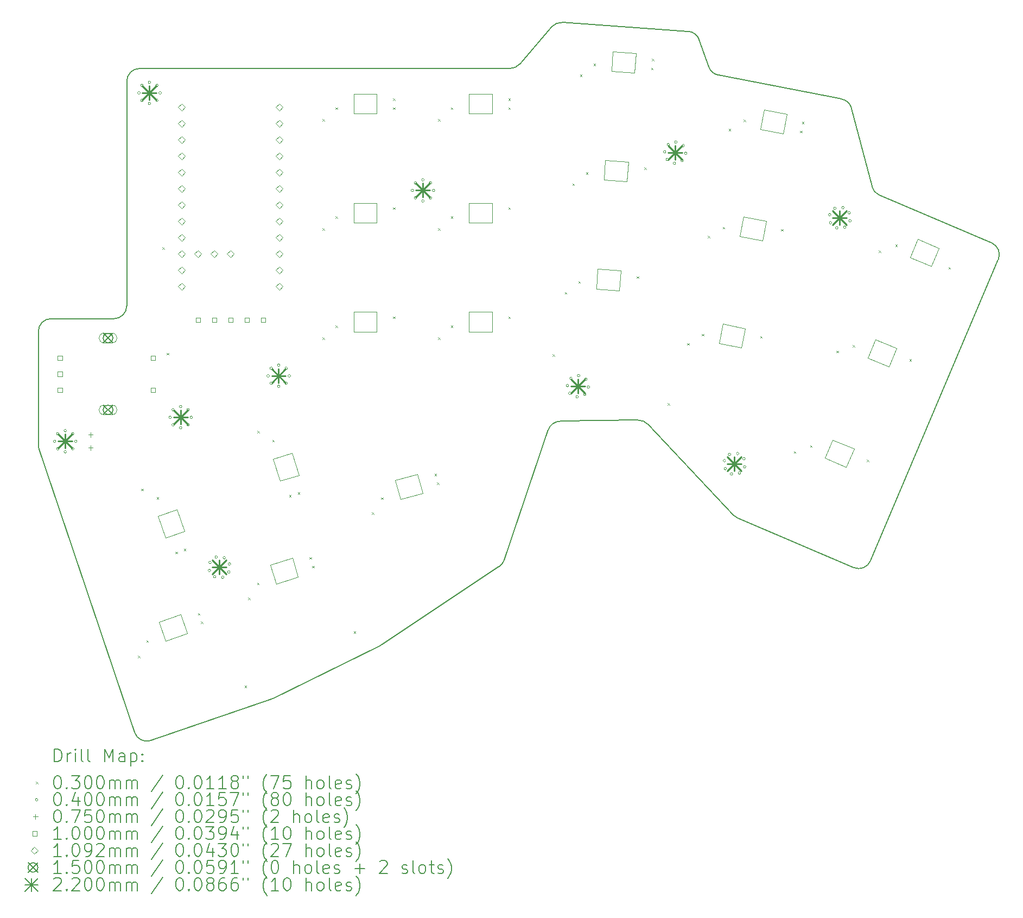
<source format=gbr>
%TF.GenerationSoftware,KiCad,Pcbnew,9.0.5*%
%TF.CreationDate,2025-11-08T17:13:50+10:00*%
%TF.ProjectId,badWingsRight,62616457-696e-4677-9352-696768742e6b,v1.0.0*%
%TF.SameCoordinates,Original*%
%TF.FileFunction,Drillmap*%
%TF.FilePolarity,Positive*%
%FSLAX45Y45*%
G04 Gerber Fmt 4.5, Leading zero omitted, Abs format (unit mm)*
G04 Created by KiCad (PCBNEW 9.0.5) date 2025-11-08 17:13:50*
%MOMM*%
%LPD*%
G01*
G04 APERTURE LIST*
%ADD10C,0.150000*%
%ADD11C,0.120000*%
%ADD12C,0.200000*%
%ADD13C,0.100000*%
%ADD14C,0.109220*%
%ADD15C,0.220000*%
G04 APERTURE END LIST*
D10*
X28168977Y-11924770D02*
X22390766Y-11924771D01*
X28818296Y-11276446D02*
X28320617Y-11855173D01*
X33794319Y-19597752D02*
X35787048Y-14903176D01*
X20821283Y-17855905D02*
G75*
G02*
X20810765Y-17791907I189547J64015D01*
G01*
X28076981Y-19589569D02*
X28765399Y-17558615D01*
X28320617Y-11855173D02*
G75*
G02*
X28168977Y-11924767I-151637J130403D01*
G01*
X30947401Y-11344638D02*
X28983887Y-11207337D01*
X30947401Y-11344638D02*
G75*
G02*
X31122062Y-11477634I-13961J-199522D01*
G01*
X22190767Y-12124772D02*
X22190769Y-15624771D01*
X20821283Y-17855905D02*
X22313553Y-22274073D01*
X33815334Y-13764105D02*
X33499658Y-12547824D01*
X24469318Y-21742895D02*
G75*
G02*
X24446220Y-21752504I-88249J179565D01*
G01*
X20810767Y-16024770D02*
G75*
G02*
X21010767Y-15824766I200004J0D01*
G01*
X31420786Y-12027862D02*
G75*
G02*
X31270337Y-11898053I38164J196322D01*
G01*
X35681091Y-14640929D02*
X33930772Y-13897963D01*
X33344235Y-12401742D02*
G75*
G02*
X33499659Y-12547823I-38155J-196318D01*
G01*
X28765399Y-17558615D02*
G75*
G02*
X28952080Y-17422842I189411J-64205D01*
G01*
X22568149Y-22399176D02*
X24446220Y-21752504D01*
X31729614Y-18938610D02*
X33532072Y-19703708D01*
X24469318Y-21742895D02*
X26141086Y-20921299D01*
X20810767Y-16024770D02*
X20810766Y-17791907D01*
X26163391Y-20908495D02*
G75*
G02*
X26141088Y-20921300I-110531J166695D01*
G01*
X33344235Y-12401742D02*
X31420786Y-12027862D01*
X22568149Y-22399176D02*
G75*
G02*
X22313556Y-22274071I-65109J189106D01*
G01*
X35681091Y-14640929D02*
G75*
G02*
X35787044Y-14903174I-78151J-184101D01*
G01*
X31270333Y-11898055D02*
X31122063Y-11477634D01*
X31729614Y-18938610D02*
G75*
G02*
X31662314Y-18891787I78106J184040D01*
G01*
X28818296Y-11276446D02*
G75*
G02*
X28983887Y-11207337I151644J-130414D01*
G01*
X22190767Y-12124772D02*
G75*
G02*
X22390766Y-11924767I200003J2D01*
G01*
X33794319Y-19597752D02*
G75*
G02*
X33532075Y-19703702I-184099J78152D01*
G01*
X30171095Y-17406168D02*
G75*
G02*
X30319273Y-17468869I2725J-200002D01*
G01*
X26163391Y-20908495D02*
X27998088Y-19692056D01*
X21990766Y-15824771D02*
X21010767Y-15824770D01*
X28076981Y-19589569D02*
G75*
G02*
X27998088Y-19692056I-189402J64189D01*
G01*
X22190769Y-15624771D02*
G75*
G02*
X21990766Y-15824769I-199999J1D01*
G01*
X33930772Y-13897963D02*
G75*
G02*
X33815333Y-13764105I78128J184083D01*
G01*
X30319274Y-17468868D02*
X31662315Y-18891786D01*
X28952080Y-17422837D02*
X30171095Y-17406168D01*
D11*
X32165147Y-14306764D02*
X32105995Y-14611067D01*
X31752609Y-14542375D01*
X31811761Y-14238072D01*
X32165147Y-14306764D01*
X23134029Y-20728947D02*
X22793642Y-20846152D01*
X22692716Y-20553042D01*
X23033103Y-20435837D01*
X23134029Y-20728947D01*
X34199746Y-16288062D02*
X34078619Y-16573418D01*
X33747238Y-16432753D01*
X33868365Y-16147397D01*
X34199746Y-16288062D01*
X26805339Y-18544937D02*
X26457607Y-18638112D01*
X26377373Y-18338676D01*
X26725105Y-18245501D01*
X26805339Y-18544937D01*
X29895906Y-15075379D02*
X29874281Y-15384622D01*
X29515159Y-15359510D01*
X29536783Y-15050266D01*
X29895906Y-15075379D01*
X27890766Y-15719772D02*
X27890766Y-16029770D01*
X27530766Y-16029770D01*
X27530766Y-15719772D01*
X27890766Y-15719772D01*
X34863991Y-14723203D02*
X34742864Y-15008559D01*
X34411483Y-14867895D01*
X34532610Y-14582539D01*
X34863991Y-14723203D01*
X26090768Y-14019771D02*
X26090768Y-14329769D01*
X25730768Y-14329769D01*
X25730768Y-14019770D01*
X26090768Y-14019771D01*
X26090765Y-12319772D02*
X26090765Y-12629770D01*
X25730766Y-12629770D01*
X25730766Y-12319771D01*
X26090765Y-12319772D01*
X23089913Y-19141845D02*
X22796803Y-19242771D01*
X22679597Y-18902384D01*
X22972707Y-18801458D01*
X23089913Y-19141845D01*
X27890766Y-12319771D02*
X27890766Y-12629770D01*
X27530766Y-12629769D01*
X27530766Y-12319771D01*
X27890766Y-12319771D01*
X26090767Y-15719771D02*
X26090767Y-16029770D01*
X25730767Y-16029769D01*
X25730767Y-15719771D01*
X26090767Y-15719771D01*
X30014492Y-13379520D02*
X29992867Y-13688764D01*
X29633744Y-13663651D01*
X29655369Y-13354408D01*
X30014492Y-13379520D01*
X24876295Y-18262875D02*
X24579842Y-18353510D01*
X24474588Y-18009240D01*
X24771041Y-17918605D01*
X24876295Y-18262875D01*
X30133077Y-11683662D02*
X30111452Y-11992905D01*
X29752329Y-11967793D01*
X29773954Y-11658549D01*
X30133077Y-11683662D01*
X31840770Y-15975529D02*
X31781619Y-16279832D01*
X31428233Y-16211139D01*
X31487384Y-15906837D01*
X31840770Y-15975529D01*
X27890768Y-14019771D02*
X27890768Y-14329770D01*
X27530768Y-14329769D01*
X27530768Y-14019771D01*
X27890768Y-14019771D01*
X33535504Y-17852919D02*
X33414377Y-18138275D01*
X33082996Y-17997611D01*
X33204123Y-17712255D01*
X33535504Y-17852919D01*
X32489522Y-12637997D02*
X32430371Y-12942300D01*
X32076985Y-12873608D01*
X32136136Y-12569305D01*
X32489522Y-12637997D01*
X24864992Y-19850552D02*
X24520723Y-19955806D01*
X24430087Y-19659352D01*
X24774357Y-19554098D01*
X24864992Y-19850552D01*
D12*
D13*
X22366803Y-21078723D02*
X22396803Y-21108723D01*
X22396803Y-21078723D02*
X22366803Y-21108723D01*
X22417027Y-18475547D02*
X22447027Y-18505547D01*
X22447027Y-18475547D02*
X22417027Y-18505547D01*
X22495677Y-20838688D02*
X22525677Y-20868688D01*
X22525677Y-20838688D02*
X22495677Y-20868688D01*
X22657063Y-18604419D02*
X22687063Y-18634419D01*
X22687063Y-18604419D02*
X22657063Y-18634419D01*
X22745768Y-14709770D02*
X22775768Y-14739770D01*
X22775768Y-14709770D02*
X22745768Y-14739770D01*
X22815767Y-16359770D02*
X22845767Y-16389770D01*
X22845767Y-16359770D02*
X22815767Y-16389770D01*
X22950074Y-19455386D02*
X22980074Y-19485386D01*
X22980074Y-19455386D02*
X22950074Y-19485386D01*
X23082447Y-19409807D02*
X23112447Y-19439807D01*
X23112447Y-19409807D02*
X23082447Y-19439807D01*
X23301064Y-20413306D02*
X23331064Y-20443306D01*
X23331064Y-20413306D02*
X23301064Y-20443306D01*
X23346643Y-20545677D02*
X23376643Y-20575677D01*
X23376643Y-20545677D02*
X23346643Y-20575677D01*
X24028497Y-21543025D02*
X24058497Y-21573025D01*
X24058497Y-21543025D02*
X24028497Y-21573025D01*
X24085497Y-20173852D02*
X24115497Y-20203852D01*
X24115497Y-20173852D02*
X24085497Y-20203852D01*
X24222669Y-19938461D02*
X24252669Y-19968461D01*
X24252669Y-19938461D02*
X24222669Y-19968461D01*
X24226542Y-17574015D02*
X24256542Y-17604015D01*
X24256542Y-17574015D02*
X24226542Y-17604015D01*
X24461932Y-17711187D02*
X24491932Y-17741187D01*
X24491932Y-17711187D02*
X24461932Y-17741187D01*
X24725067Y-18571861D02*
X24755067Y-18601861D01*
X24755067Y-18571861D02*
X24725067Y-18601861D01*
X24858949Y-18530929D02*
X24888949Y-18560929D01*
X24888949Y-18530929D02*
X24858949Y-18560929D01*
X25042412Y-19541444D02*
X25072412Y-19571444D01*
X25072412Y-19541444D02*
X25042412Y-19571444D01*
X25083343Y-19675326D02*
X25113343Y-19705326D01*
X25113343Y-19675326D02*
X25083343Y-19705326D01*
X25245766Y-16114771D02*
X25275766Y-16144771D01*
X25275766Y-16114771D02*
X25245766Y-16144771D01*
X25245766Y-12714772D02*
X25275766Y-12744772D01*
X25275766Y-12714772D02*
X25245766Y-12744772D01*
X25245768Y-14414771D02*
X25275768Y-14444771D01*
X25275768Y-14414771D02*
X25245768Y-14444771D01*
X25445766Y-14229770D02*
X25475766Y-14259770D01*
X25475766Y-14229770D02*
X25445766Y-14259770D01*
X25445767Y-12529771D02*
X25475767Y-12559771D01*
X25475767Y-12529771D02*
X25445767Y-12559771D01*
X25445768Y-15929769D02*
X25475768Y-15959769D01*
X25475768Y-15929769D02*
X25445768Y-15959769D01*
X25729975Y-20695864D02*
X25759975Y-20725864D01*
X25759975Y-20695864D02*
X25729975Y-20725864D01*
X26014504Y-18841352D02*
X26044504Y-18871352D01*
X26044504Y-18841352D02*
X26014504Y-18871352D01*
X26159808Y-18610891D02*
X26189808Y-18640891D01*
X26189808Y-18610891D02*
X26159808Y-18640891D01*
X26345765Y-12389771D02*
X26375765Y-12419771D01*
X26375765Y-12389771D02*
X26345765Y-12419771D01*
X26345767Y-12529770D02*
X26375767Y-12559770D01*
X26375767Y-12529770D02*
X26345767Y-12559770D01*
X26345767Y-14089770D02*
X26375767Y-14119770D01*
X26375767Y-14089770D02*
X26345767Y-14119770D01*
X26345768Y-15789770D02*
X26375768Y-15819770D01*
X26375768Y-15789770D02*
X26345768Y-15819770D01*
X26992906Y-18242724D02*
X27022906Y-18272724D01*
X27022906Y-18242724D02*
X26992906Y-18272724D01*
X27029142Y-18377953D02*
X27059142Y-18407953D01*
X27059142Y-18377953D02*
X27029142Y-18407953D01*
X27045767Y-16114771D02*
X27075767Y-16144771D01*
X27075767Y-16114771D02*
X27045767Y-16144771D01*
X27045767Y-12714769D02*
X27075767Y-12744769D01*
X27075767Y-12714769D02*
X27045767Y-12744769D01*
X27045767Y-14414770D02*
X27075767Y-14444770D01*
X27075767Y-14414770D02*
X27045767Y-14444770D01*
X27245764Y-15929770D02*
X27275764Y-15959770D01*
X27275764Y-15929770D02*
X27245764Y-15959770D01*
X27245766Y-14229771D02*
X27275766Y-14259771D01*
X27275766Y-14229771D02*
X27245766Y-14259771D01*
X27245767Y-12529771D02*
X27275767Y-12559771D01*
X27275767Y-12529771D02*
X27245767Y-12559771D01*
X28145765Y-14089769D02*
X28175765Y-14119769D01*
X28175765Y-14089769D02*
X28145765Y-14119769D01*
X28145767Y-12389770D02*
X28175767Y-12419770D01*
X28175767Y-12389770D02*
X28145767Y-12419770D01*
X28145767Y-15789770D02*
X28175767Y-15819770D01*
X28175767Y-15789770D02*
X28145767Y-15819770D01*
X28145768Y-12529770D02*
X28175768Y-12559770D01*
X28175768Y-12529770D02*
X28145768Y-12559770D01*
X28836257Y-16380723D02*
X28866257Y-16410723D01*
X28866257Y-16380723D02*
X28836257Y-16410723D01*
X29024327Y-15411482D02*
X29054327Y-15441482D01*
X29054327Y-15411482D02*
X29024327Y-15441482D01*
X29142914Y-13715624D02*
X29172914Y-13745624D01*
X29172914Y-13715624D02*
X29142914Y-13745624D01*
X29236745Y-15240883D02*
X29266745Y-15270883D01*
X29266745Y-15240883D02*
X29236745Y-15270883D01*
X29261499Y-12019764D02*
X29291499Y-12049764D01*
X29291499Y-12019764D02*
X29261499Y-12049764D01*
X29355331Y-13545025D02*
X29385331Y-13575025D01*
X29385331Y-13545025D02*
X29355331Y-13575025D01*
X29473916Y-11849166D02*
X29503916Y-11879166D01*
X29503916Y-11849166D02*
X29473916Y-11879166D01*
X30144319Y-15164007D02*
X30174319Y-15194007D01*
X30174319Y-15164007D02*
X30144319Y-15194007D01*
X30262905Y-13468147D02*
X30292905Y-13498147D01*
X30292905Y-13468147D02*
X30262905Y-13498147D01*
X30371725Y-11911946D02*
X30401725Y-11941946D01*
X30401725Y-11911946D02*
X30371725Y-11941946D01*
X30381491Y-11772289D02*
X30411491Y-11802289D01*
X30411491Y-11772289D02*
X30381491Y-11802289D01*
X30628002Y-17143722D02*
X30658002Y-17173722D01*
X30658002Y-17143722D02*
X30628002Y-17173722D01*
X30932789Y-16204624D02*
X30962789Y-16234624D01*
X30962789Y-16204624D02*
X30932789Y-16234624D01*
X31164413Y-16061182D02*
X31194413Y-16091182D01*
X31194413Y-16061182D02*
X31164413Y-16091182D01*
X31257164Y-14535859D02*
X31287164Y-14565859D01*
X31287164Y-14535859D02*
X31257164Y-14565859D01*
X31488788Y-14392418D02*
X31518788Y-14422418D01*
X31518788Y-14392418D02*
X31488788Y-14422418D01*
X31581539Y-12867093D02*
X31611539Y-12897093D01*
X31611539Y-12867093D02*
X31581539Y-12897093D01*
X31813164Y-12723652D02*
X31843164Y-12753652D01*
X31843164Y-12723652D02*
X31813164Y-12753652D01*
X32074593Y-16095485D02*
X32104593Y-16125485D01*
X32104593Y-16095485D02*
X32074593Y-16125485D01*
X32398968Y-14426719D02*
X32428968Y-14456719D01*
X32428968Y-14426719D02*
X32398968Y-14456719D01*
X32596285Y-17891019D02*
X32626285Y-17921019D01*
X32626285Y-17891019D02*
X32596285Y-17921019D01*
X32696629Y-12895382D02*
X32726629Y-12925382D01*
X32726629Y-12895382D02*
X32696629Y-12925382D01*
X32723341Y-12757954D02*
X32753341Y-12787954D01*
X32753341Y-12757954D02*
X32723341Y-12787954D01*
X32852672Y-17798870D02*
X32882672Y-17828870D01*
X32882672Y-17798870D02*
X32852672Y-17828870D01*
X33260528Y-16326160D02*
X33290528Y-16356160D01*
X33290528Y-16326160D02*
X33260528Y-16356160D01*
X33516917Y-16234013D02*
X33546917Y-16264013D01*
X33546917Y-16234013D02*
X33516917Y-16264013D01*
X33735829Y-18021659D02*
X33765829Y-18051659D01*
X33765829Y-18021659D02*
X33735829Y-18051659D01*
X33924772Y-14761302D02*
X33954772Y-14791302D01*
X33954772Y-14761302D02*
X33924772Y-14791302D01*
X34181160Y-14669155D02*
X34211160Y-14699155D01*
X34211160Y-14669155D02*
X34181160Y-14699155D01*
X34400072Y-16456801D02*
X34430072Y-16486801D01*
X34430072Y-16456801D02*
X34400072Y-16486801D01*
X35009613Y-15020815D02*
X35039613Y-15050815D01*
X35039613Y-15020815D02*
X35009613Y-15050815D01*
X21085766Y-17734770D02*
G75*
G02*
X21045766Y-17734770I-20000J0D01*
G01*
X21045766Y-17734770D02*
G75*
G02*
X21085766Y-17734770I20000J0D01*
G01*
X21134094Y-17618097D02*
G75*
G02*
X21094094Y-17618097I-20000J0D01*
G01*
X21094094Y-17618097D02*
G75*
G02*
X21134094Y-17618097I20000J0D01*
G01*
X21134094Y-17851443D02*
G75*
G02*
X21094094Y-17851443I-20000J0D01*
G01*
X21094094Y-17851443D02*
G75*
G02*
X21134094Y-17851443I20000J0D01*
G01*
X21250766Y-17569770D02*
G75*
G02*
X21210766Y-17569770I-20000J0D01*
G01*
X21210766Y-17569770D02*
G75*
G02*
X21250766Y-17569770I20000J0D01*
G01*
X21250766Y-17899770D02*
G75*
G02*
X21210766Y-17899770I-20000J0D01*
G01*
X21210766Y-17899770D02*
G75*
G02*
X21250766Y-17899770I20000J0D01*
G01*
X21367439Y-17618097D02*
G75*
G02*
X21327439Y-17618097I-20000J0D01*
G01*
X21327439Y-17618097D02*
G75*
G02*
X21367439Y-17618097I20000J0D01*
G01*
X21367439Y-17851443D02*
G75*
G02*
X21327439Y-17851443I-20000J0D01*
G01*
X21327439Y-17851443D02*
G75*
G02*
X21367439Y-17851443I20000J0D01*
G01*
X21415766Y-17734770D02*
G75*
G02*
X21375766Y-17734770I-20000J0D01*
G01*
X21375766Y-17734770D02*
G75*
G02*
X21415766Y-17734770I20000J0D01*
G01*
X22399767Y-12304769D02*
G75*
G02*
X22359767Y-12304769I-20000J0D01*
G01*
X22359767Y-12304769D02*
G75*
G02*
X22399767Y-12304769I20000J0D01*
G01*
X22448094Y-12188097D02*
G75*
G02*
X22408094Y-12188097I-20000J0D01*
G01*
X22408094Y-12188097D02*
G75*
G02*
X22448094Y-12188097I20000J0D01*
G01*
X22448094Y-12421442D02*
G75*
G02*
X22408094Y-12421442I-20000J0D01*
G01*
X22408094Y-12421442D02*
G75*
G02*
X22448094Y-12421442I20000J0D01*
G01*
X22564767Y-12139769D02*
G75*
G02*
X22524767Y-12139769I-20000J0D01*
G01*
X22524767Y-12139769D02*
G75*
G02*
X22564767Y-12139769I20000J0D01*
G01*
X22564767Y-12469769D02*
G75*
G02*
X22524767Y-12469769I-20000J0D01*
G01*
X22524767Y-12469769D02*
G75*
G02*
X22564767Y-12469769I20000J0D01*
G01*
X22681440Y-12188097D02*
G75*
G02*
X22641440Y-12188097I-20000J0D01*
G01*
X22641440Y-12188097D02*
G75*
G02*
X22681440Y-12188097I20000J0D01*
G01*
X22681440Y-12421442D02*
G75*
G02*
X22641440Y-12421442I-20000J0D01*
G01*
X22641440Y-12421442D02*
G75*
G02*
X22681440Y-12421442I20000J0D01*
G01*
X22729767Y-12304769D02*
G75*
G02*
X22689767Y-12304769I-20000J0D01*
G01*
X22689767Y-12304769D02*
G75*
G02*
X22729767Y-12304769I20000J0D01*
G01*
X22885768Y-17360771D02*
G75*
G02*
X22845768Y-17360771I-20000J0D01*
G01*
X22845768Y-17360771D02*
G75*
G02*
X22885768Y-17360771I20000J0D01*
G01*
X22934095Y-17244098D02*
G75*
G02*
X22894095Y-17244098I-20000J0D01*
G01*
X22894095Y-17244098D02*
G75*
G02*
X22934095Y-17244098I20000J0D01*
G01*
X22934095Y-17477443D02*
G75*
G02*
X22894095Y-17477443I-20000J0D01*
G01*
X22894095Y-17477443D02*
G75*
G02*
X22934095Y-17477443I20000J0D01*
G01*
X23050768Y-17195771D02*
G75*
G02*
X23010768Y-17195771I-20000J0D01*
G01*
X23010768Y-17195771D02*
G75*
G02*
X23050768Y-17195771I20000J0D01*
G01*
X23050768Y-17525771D02*
G75*
G02*
X23010768Y-17525771I-20000J0D01*
G01*
X23010768Y-17525771D02*
G75*
G02*
X23050768Y-17525771I20000J0D01*
G01*
X23167440Y-17244098D02*
G75*
G02*
X23127440Y-17244098I-20000J0D01*
G01*
X23127440Y-17244098D02*
G75*
G02*
X23167440Y-17244098I20000J0D01*
G01*
X23167440Y-17477443D02*
G75*
G02*
X23127440Y-17477443I-20000J0D01*
G01*
X23127440Y-17477443D02*
G75*
G02*
X23167440Y-17477443I20000J0D01*
G01*
X23215768Y-17360771D02*
G75*
G02*
X23175768Y-17360771I-20000J0D01*
G01*
X23175768Y-17360771D02*
G75*
G02*
X23215768Y-17360771I20000J0D01*
G01*
X23499797Y-19748987D02*
G75*
G02*
X23459797Y-19748987I-20000J0D01*
G01*
X23459797Y-19748987D02*
G75*
G02*
X23499797Y-19748987I20000J0D01*
G01*
X23509705Y-19623091D02*
G75*
G02*
X23469705Y-19623091I-20000J0D01*
G01*
X23469705Y-19623091D02*
G75*
G02*
X23509705Y-19623091I20000J0D01*
G01*
X23581813Y-19845015D02*
G75*
G02*
X23541813Y-19845015I-20000J0D01*
G01*
X23541813Y-19845015D02*
G75*
G02*
X23581813Y-19845015I20000J0D01*
G01*
X23605733Y-19541075D02*
G75*
G02*
X23565733Y-19541075I-20000J0D01*
G01*
X23565733Y-19541075D02*
G75*
G02*
X23605733Y-19541075I20000J0D01*
G01*
X23707709Y-19854923D02*
G75*
G02*
X23667709Y-19854923I-20000J0D01*
G01*
X23667709Y-19854923D02*
G75*
G02*
X23707709Y-19854923I20000J0D01*
G01*
X23731630Y-19550983D02*
G75*
G02*
X23691630Y-19550983I-20000J0D01*
G01*
X23691630Y-19550983D02*
G75*
G02*
X23731630Y-19550983I20000J0D01*
G01*
X23803737Y-19772908D02*
G75*
G02*
X23763737Y-19772908I-20000J0D01*
G01*
X23763737Y-19772908D02*
G75*
G02*
X23803737Y-19772908I20000J0D01*
G01*
X23813645Y-19647011D02*
G75*
G02*
X23773645Y-19647011I-20000J0D01*
G01*
X23773645Y-19647011D02*
G75*
G02*
X23813645Y-19647011I20000J0D01*
G01*
X24415765Y-16714771D02*
G75*
G02*
X24375765Y-16714771I-20000J0D01*
G01*
X24375765Y-16714771D02*
G75*
G02*
X24415765Y-16714771I20000J0D01*
G01*
X24464093Y-16598098D02*
G75*
G02*
X24424093Y-16598098I-20000J0D01*
G01*
X24424093Y-16598098D02*
G75*
G02*
X24464093Y-16598098I20000J0D01*
G01*
X24464093Y-16831444D02*
G75*
G02*
X24424093Y-16831444I-20000J0D01*
G01*
X24424093Y-16831444D02*
G75*
G02*
X24464093Y-16831444I20000J0D01*
G01*
X24580765Y-16549771D02*
G75*
G02*
X24540765Y-16549771I-20000J0D01*
G01*
X24540765Y-16549771D02*
G75*
G02*
X24580765Y-16549771I20000J0D01*
G01*
X24580765Y-16879771D02*
G75*
G02*
X24540765Y-16879771I-20000J0D01*
G01*
X24540765Y-16879771D02*
G75*
G02*
X24580765Y-16879771I20000J0D01*
G01*
X24697438Y-16598098D02*
G75*
G02*
X24657438Y-16598098I-20000J0D01*
G01*
X24657438Y-16598098D02*
G75*
G02*
X24697438Y-16598098I20000J0D01*
G01*
X24697438Y-16831444D02*
G75*
G02*
X24657438Y-16831444I-20000J0D01*
G01*
X24657438Y-16831444D02*
G75*
G02*
X24697438Y-16831444I20000J0D01*
G01*
X24745765Y-16714771D02*
G75*
G02*
X24705765Y-16714771I-20000J0D01*
G01*
X24705765Y-16714771D02*
G75*
G02*
X24745765Y-16714771I20000J0D01*
G01*
X26665767Y-13824770D02*
G75*
G02*
X26625767Y-13824770I-20000J0D01*
G01*
X26625767Y-13824770D02*
G75*
G02*
X26665767Y-13824770I20000J0D01*
G01*
X26714095Y-13708098D02*
G75*
G02*
X26674095Y-13708098I-20000J0D01*
G01*
X26674095Y-13708098D02*
G75*
G02*
X26714095Y-13708098I20000J0D01*
G01*
X26714095Y-13941443D02*
G75*
G02*
X26674095Y-13941443I-20000J0D01*
G01*
X26674095Y-13941443D02*
G75*
G02*
X26714095Y-13941443I20000J0D01*
G01*
X26830767Y-13659770D02*
G75*
G02*
X26790767Y-13659770I-20000J0D01*
G01*
X26790767Y-13659770D02*
G75*
G02*
X26830767Y-13659770I20000J0D01*
G01*
X26830767Y-13989770D02*
G75*
G02*
X26790767Y-13989770I-20000J0D01*
G01*
X26790767Y-13989770D02*
G75*
G02*
X26830767Y-13989770I20000J0D01*
G01*
X26947440Y-13708098D02*
G75*
G02*
X26907440Y-13708098I-20000J0D01*
G01*
X26907440Y-13708098D02*
G75*
G02*
X26947440Y-13708098I20000J0D01*
G01*
X26947440Y-13941443D02*
G75*
G02*
X26907440Y-13941443I-20000J0D01*
G01*
X26907440Y-13941443D02*
G75*
G02*
X26947440Y-13941443I20000J0D01*
G01*
X26995767Y-13824770D02*
G75*
G02*
X26955767Y-13824770I-20000J0D01*
G01*
X26955767Y-13824770D02*
G75*
G02*
X26995767Y-13824770I20000J0D01*
G01*
X29083922Y-16866707D02*
G75*
G02*
X29043922Y-16866707I-20000J0D01*
G01*
X29043922Y-16866707D02*
G75*
G02*
X29083922Y-16866707I20000J0D01*
G01*
X29123993Y-16986466D02*
G75*
G02*
X29083993Y-16986466I-20000J0D01*
G01*
X29083993Y-16986466D02*
G75*
G02*
X29123993Y-16986466I20000J0D01*
G01*
X29140270Y-16753689D02*
G75*
G02*
X29100270Y-16753689I-20000J0D01*
G01*
X29100270Y-16753689D02*
G75*
G02*
X29140270Y-16753689I20000J0D01*
G01*
X29237010Y-17042815D02*
G75*
G02*
X29197010Y-17042815I-20000J0D01*
G01*
X29197010Y-17042815D02*
G75*
G02*
X29237010Y-17042815I20000J0D01*
G01*
X29260030Y-16713618D02*
G75*
G02*
X29220030Y-16713618I-20000J0D01*
G01*
X29220030Y-16713618D02*
G75*
G02*
X29260030Y-16713618I20000J0D01*
G01*
X29356770Y-17002744D02*
G75*
G02*
X29316770Y-17002744I-20000J0D01*
G01*
X29316770Y-17002744D02*
G75*
G02*
X29356770Y-17002744I20000J0D01*
G01*
X29373047Y-16769967D02*
G75*
G02*
X29333047Y-16769967I-20000J0D01*
G01*
X29333047Y-16769967D02*
G75*
G02*
X29373047Y-16769967I20000J0D01*
G01*
X29413118Y-16889726D02*
G75*
G02*
X29373118Y-16889726I-20000J0D01*
G01*
X29373118Y-16889726D02*
G75*
G02*
X29413118Y-16889726I20000J0D01*
G01*
X30601742Y-13223710D02*
G75*
G02*
X30561742Y-13223710I-20000J0D01*
G01*
X30561742Y-13223710D02*
G75*
G02*
X30601742Y-13223710I20000J0D01*
G01*
X30641813Y-13343470D02*
G75*
G02*
X30601813Y-13343470I-20000J0D01*
G01*
X30601813Y-13343470D02*
G75*
G02*
X30641813Y-13343470I20000J0D01*
G01*
X30658090Y-13110693D02*
G75*
G02*
X30618090Y-13110693I-20000J0D01*
G01*
X30618090Y-13110693D02*
G75*
G02*
X30658090Y-13110693I20000J0D01*
G01*
X30754830Y-13399818D02*
G75*
G02*
X30714830Y-13399818I-20000J0D01*
G01*
X30714830Y-13399818D02*
G75*
G02*
X30754830Y-13399818I20000J0D01*
G01*
X30777850Y-13070622D02*
G75*
G02*
X30737850Y-13070622I-20000J0D01*
G01*
X30737850Y-13070622D02*
G75*
G02*
X30777850Y-13070622I20000J0D01*
G01*
X30874590Y-13359747D02*
G75*
G02*
X30834590Y-13359747I-20000J0D01*
G01*
X30834590Y-13359747D02*
G75*
G02*
X30874590Y-13359747I20000J0D01*
G01*
X30890867Y-13126971D02*
G75*
G02*
X30850867Y-13126971I-20000J0D01*
G01*
X30850867Y-13126971D02*
G75*
G02*
X30890867Y-13126971I20000J0D01*
G01*
X30930938Y-13246730D02*
G75*
G02*
X30890938Y-13246730I-20000J0D01*
G01*
X30890938Y-13246730D02*
G75*
G02*
X30930938Y-13246730I20000J0D01*
G01*
X31534700Y-18036598D02*
G75*
G02*
X31494700Y-18036598I-20000J0D01*
G01*
X31494700Y-18036598D02*
G75*
G02*
X31534700Y-18036598I20000J0D01*
G01*
X31546804Y-18162302D02*
G75*
G02*
X31506804Y-18162302I-20000J0D01*
G01*
X31506804Y-18162302D02*
G75*
G02*
X31546804Y-18162302I20000J0D01*
G01*
X31615028Y-17939153D02*
G75*
G02*
X31575028Y-17939153I-20000J0D01*
G01*
X31575028Y-17939153D02*
G75*
G02*
X31615028Y-17939153I20000J0D01*
G01*
X31644249Y-18242630D02*
G75*
G02*
X31604249Y-18242630I-20000J0D01*
G01*
X31604249Y-18242630D02*
G75*
G02*
X31644249Y-18242630I20000J0D01*
G01*
X31740732Y-17927049D02*
G75*
G02*
X31700732Y-17927049I-20000J0D01*
G01*
X31700732Y-17927049D02*
G75*
G02*
X31740732Y-17927049I20000J0D01*
G01*
X31769953Y-18230526D02*
G75*
G02*
X31729953Y-18230526I-20000J0D01*
G01*
X31729953Y-18230526D02*
G75*
G02*
X31769953Y-18230526I20000J0D01*
G01*
X31838177Y-18007376D02*
G75*
G02*
X31798177Y-18007376I-20000J0D01*
G01*
X31798177Y-18007376D02*
G75*
G02*
X31838177Y-18007376I20000J0D01*
G01*
X31850281Y-18133081D02*
G75*
G02*
X31810281Y-18133081I-20000J0D01*
G01*
X31810281Y-18133081D02*
G75*
G02*
X31850281Y-18133081I20000J0D01*
G01*
X33177320Y-14202966D02*
G75*
G02*
X33137320Y-14202966I-20000J0D01*
G01*
X33137320Y-14202966D02*
G75*
G02*
X33177320Y-14202966I20000J0D01*
G01*
X33189424Y-14328670D02*
G75*
G02*
X33149424Y-14328670I-20000J0D01*
G01*
X33149424Y-14328670D02*
G75*
G02*
X33189424Y-14328670I20000J0D01*
G01*
X33257647Y-14105521D02*
G75*
G02*
X33217647Y-14105521I-20000J0D01*
G01*
X33217647Y-14105521D02*
G75*
G02*
X33257647Y-14105521I20000J0D01*
G01*
X33286869Y-14408998D02*
G75*
G02*
X33246869Y-14408998I-20000J0D01*
G01*
X33246869Y-14408998D02*
G75*
G02*
X33286869Y-14408998I20000J0D01*
G01*
X33383351Y-14093417D02*
G75*
G02*
X33343351Y-14093417I-20000J0D01*
G01*
X33343351Y-14093417D02*
G75*
G02*
X33383351Y-14093417I20000J0D01*
G01*
X33412573Y-14396894D02*
G75*
G02*
X33372573Y-14396894I-20000J0D01*
G01*
X33372573Y-14396894D02*
G75*
G02*
X33412573Y-14396894I20000J0D01*
G01*
X33480796Y-14173745D02*
G75*
G02*
X33440796Y-14173745I-20000J0D01*
G01*
X33440796Y-14173745D02*
G75*
G02*
X33480796Y-14173745I20000J0D01*
G01*
X33492900Y-14299449D02*
G75*
G02*
X33452900Y-14299449I-20000J0D01*
G01*
X33452900Y-14299449D02*
G75*
G02*
X33492900Y-14299449I20000J0D01*
G01*
X21626767Y-17797270D02*
X21626767Y-17872270D01*
X21589267Y-17834770D02*
X21664267Y-17834770D01*
X21626767Y-17597270D02*
X21626767Y-17672270D01*
X21589267Y-17634770D02*
X21664267Y-17634770D01*
X21184124Y-16471125D02*
X21184124Y-16400413D01*
X21113412Y-16400413D01*
X21113412Y-16471125D01*
X21184124Y-16471125D01*
X21184124Y-16721125D02*
X21184124Y-16650413D01*
X21113412Y-16650413D01*
X21113412Y-16721125D01*
X21184124Y-16721125D01*
X21184124Y-16971125D02*
X21184124Y-16900414D01*
X21113412Y-16900414D01*
X21113412Y-16971125D01*
X21184124Y-16971125D01*
X22634123Y-16971125D02*
X22634123Y-16900414D01*
X22563412Y-16900414D01*
X22563412Y-16971125D01*
X22634123Y-16971125D01*
X22634124Y-16471124D02*
X22634124Y-16400413D01*
X22563412Y-16400413D01*
X22563412Y-16471124D01*
X22634124Y-16471124D01*
X23338123Y-15880127D02*
X23338123Y-15809415D01*
X23267412Y-15809415D01*
X23267412Y-15880127D01*
X23338123Y-15880127D01*
X23592123Y-15880127D02*
X23592123Y-15809416D01*
X23521412Y-15809416D01*
X23521412Y-15880127D01*
X23592123Y-15880127D01*
X23846123Y-15880127D02*
X23846123Y-15809416D01*
X23775412Y-15809416D01*
X23775412Y-15880127D01*
X23846123Y-15880127D01*
X24100123Y-15880127D02*
X24100123Y-15809415D01*
X24029412Y-15809415D01*
X24029412Y-15880127D01*
X24100123Y-15880127D01*
X24354123Y-15880127D02*
X24354123Y-15809416D01*
X24283411Y-15809416D01*
X24283411Y-15880127D01*
X24354123Y-15880127D01*
D14*
X23048767Y-14360381D02*
X23103377Y-14305771D01*
X23048767Y-14251161D01*
X22994157Y-14305771D01*
X23048767Y-14360381D01*
X23048767Y-15376381D02*
X23103377Y-15321771D01*
X23048767Y-15267161D01*
X22994157Y-15321771D01*
X23048767Y-15376381D01*
X23048767Y-12836381D02*
X23103377Y-12781771D01*
X23048767Y-12727161D01*
X22994157Y-12781771D01*
X23048767Y-12836381D01*
X23048767Y-14614381D02*
X23103377Y-14559771D01*
X23048767Y-14505161D01*
X22994157Y-14559771D01*
X23048767Y-14614381D01*
X23048767Y-13598381D02*
X23103377Y-13543771D01*
X23048767Y-13489161D01*
X22994157Y-13543771D01*
X23048767Y-13598381D01*
X23048767Y-15122381D02*
X23103377Y-15067771D01*
X23048767Y-15013161D01*
X22994157Y-15067771D01*
X23048767Y-15122381D01*
X23048767Y-13090381D02*
X23103377Y-13035771D01*
X23048767Y-12981161D01*
X22994157Y-13035771D01*
X23048767Y-13090381D01*
X23048768Y-14106381D02*
X23103378Y-14051771D01*
X23048768Y-13997161D01*
X22994158Y-14051771D01*
X23048768Y-14106381D01*
X23048768Y-14868382D02*
X23103378Y-14813772D01*
X23048768Y-14759162D01*
X22994158Y-14813772D01*
X23048768Y-14868382D01*
X23048768Y-12582382D02*
X23103378Y-12527772D01*
X23048768Y-12473162D01*
X22994158Y-12527772D01*
X23048768Y-12582382D01*
X23048768Y-13344381D02*
X23103378Y-13289771D01*
X23048768Y-13235161D01*
X22994158Y-13289771D01*
X23048768Y-13344381D01*
X23048768Y-13852381D02*
X23103378Y-13797771D01*
X23048768Y-13743161D01*
X22994158Y-13797771D01*
X23048768Y-13852381D01*
X23302767Y-14868381D02*
X23357377Y-14813771D01*
X23302767Y-14759161D01*
X23248157Y-14813771D01*
X23302767Y-14868381D01*
X23556767Y-14868381D02*
X23611377Y-14813771D01*
X23556767Y-14759161D01*
X23502157Y-14813771D01*
X23556767Y-14868381D01*
X23810767Y-14868381D02*
X23865377Y-14813771D01*
X23810767Y-14759161D01*
X23756157Y-14813771D01*
X23810767Y-14868381D01*
X24572767Y-14106382D02*
X24627377Y-14051772D01*
X24572767Y-13997162D01*
X24518157Y-14051772D01*
X24572767Y-14106382D01*
X24572767Y-14614381D02*
X24627377Y-14559771D01*
X24572767Y-14505161D01*
X24518157Y-14559771D01*
X24572767Y-14614381D01*
X24572767Y-15376381D02*
X24627377Y-15321771D01*
X24572767Y-15267161D01*
X24518157Y-15321771D01*
X24572767Y-15376381D01*
X24572767Y-13090381D02*
X24627377Y-13035771D01*
X24572767Y-12981161D01*
X24518157Y-13035771D01*
X24572767Y-13090381D01*
X24572767Y-13852381D02*
X24627377Y-13797771D01*
X24572767Y-13743161D01*
X24518157Y-13797771D01*
X24572767Y-13852381D01*
X24572767Y-14868381D02*
X24627377Y-14813771D01*
X24572767Y-14759161D01*
X24518157Y-14813771D01*
X24572767Y-14868381D01*
X24572768Y-12836381D02*
X24627378Y-12781771D01*
X24572768Y-12727161D01*
X24518158Y-12781771D01*
X24572768Y-12836381D01*
X24572768Y-14360382D02*
X24627378Y-14305772D01*
X24572768Y-14251162D01*
X24518158Y-14305772D01*
X24572768Y-14360382D01*
X24572768Y-13344381D02*
X24627378Y-13289771D01*
X24572768Y-13235161D01*
X24518158Y-13289771D01*
X24572768Y-13344381D01*
X24572768Y-15122381D02*
X24627378Y-15067771D01*
X24572768Y-15013161D01*
X24518158Y-15067771D01*
X24572768Y-15122381D01*
X24572768Y-12582382D02*
X24627378Y-12527772D01*
X24572768Y-12473162D01*
X24518158Y-12527772D01*
X24572768Y-12582382D01*
X24572768Y-13598381D02*
X24627378Y-13543771D01*
X24572768Y-13489161D01*
X24518158Y-13543771D01*
X24572768Y-13598381D01*
D10*
X21823768Y-17170770D02*
X21973768Y-17320770D01*
X21973768Y-17170770D02*
X21823768Y-17320770D01*
X21973768Y-17245770D02*
G75*
G02*
X21823768Y-17245770I-75000J0D01*
G01*
X21823768Y-17245770D02*
G75*
G02*
X21973768Y-17245770I75000J0D01*
G01*
D13*
X21833768Y-17320770D02*
X21963768Y-17320770D01*
X21963768Y-17170770D02*
G75*
G02*
X21963768Y-17320770I0J-75000D01*
G01*
X21963768Y-17170770D02*
X21833768Y-17170770D01*
X21833768Y-17170770D02*
G75*
G03*
X21833768Y-17320770I0J-75000D01*
G01*
D10*
X21823768Y-16050769D02*
X21973768Y-16200769D01*
X21973768Y-16050769D02*
X21823768Y-16200769D01*
X21973768Y-16125769D02*
G75*
G02*
X21823768Y-16125769I-75000J0D01*
G01*
X21823768Y-16125769D02*
G75*
G02*
X21973768Y-16125769I75000J0D01*
G01*
D13*
X21833768Y-16200769D02*
X21963768Y-16200769D01*
X21963768Y-16050769D02*
G75*
G02*
X21963768Y-16200769I0J-75000D01*
G01*
X21963768Y-16050769D02*
X21833768Y-16050769D01*
X21833768Y-16050769D02*
G75*
G03*
X21833768Y-16200769I0J-75000D01*
G01*
D15*
X21120766Y-17624770D02*
X21340766Y-17844770D01*
X21340766Y-17624770D02*
X21120766Y-17844770D01*
X21230766Y-17624770D02*
X21230766Y-17844770D01*
X21120766Y-17734770D02*
X21340766Y-17734770D01*
X22434767Y-12194769D02*
X22654767Y-12414769D01*
X22654767Y-12194769D02*
X22434767Y-12414769D01*
X22544767Y-12194769D02*
X22544767Y-12414769D01*
X22434767Y-12304769D02*
X22654767Y-12304769D01*
X22920768Y-17250771D02*
X23140768Y-17470771D01*
X23140768Y-17250771D02*
X22920768Y-17470771D01*
X23030768Y-17250771D02*
X23030768Y-17470771D01*
X22920768Y-17360771D02*
X23140768Y-17360771D01*
X23526721Y-19587999D02*
X23746721Y-19807999D01*
X23746721Y-19587999D02*
X23526721Y-19807999D01*
X23636721Y-19587999D02*
X23636721Y-19807999D01*
X23526721Y-19697999D02*
X23746721Y-19697999D01*
X24450765Y-16604771D02*
X24670765Y-16824771D01*
X24670765Y-16604771D02*
X24450765Y-16824771D01*
X24560765Y-16604771D02*
X24560765Y-16824771D01*
X24450765Y-16714771D02*
X24670765Y-16714771D01*
X26700767Y-13714770D02*
X26920767Y-13934770D01*
X26920767Y-13714770D02*
X26700767Y-13934770D01*
X26810767Y-13714770D02*
X26810767Y-13934770D01*
X26700767Y-13824770D02*
X26920767Y-13824770D01*
X29118520Y-16768216D02*
X29338520Y-16988216D01*
X29338520Y-16768216D02*
X29118520Y-16988216D01*
X29228520Y-16768216D02*
X29228520Y-16988216D01*
X29118520Y-16878216D02*
X29338520Y-16878216D01*
X30636340Y-13125220D02*
X30856340Y-13345220D01*
X30856340Y-13125220D02*
X30636340Y-13345220D01*
X30746340Y-13125220D02*
X30746340Y-13345220D01*
X30636340Y-13235220D02*
X30856340Y-13235220D01*
X31562491Y-17974839D02*
X31782491Y-18194839D01*
X31782491Y-17974839D02*
X31562491Y-18194839D01*
X31672491Y-17974839D02*
X31672491Y-18194839D01*
X31562491Y-18084839D02*
X31782491Y-18084839D01*
X33205110Y-14141207D02*
X33425110Y-14361207D01*
X33425110Y-14141207D02*
X33205110Y-14361207D01*
X33315110Y-14141207D02*
X33315110Y-14361207D01*
X33205110Y-14251207D02*
X33425110Y-14251207D01*
D12*
X21064043Y-22729055D02*
X21064043Y-22529055D01*
X21064043Y-22529055D02*
X21111662Y-22529055D01*
X21111662Y-22529055D02*
X21140234Y-22538578D01*
X21140234Y-22538578D02*
X21159281Y-22557626D01*
X21159281Y-22557626D02*
X21168805Y-22576674D01*
X21168805Y-22576674D02*
X21178329Y-22614769D01*
X21178329Y-22614769D02*
X21178329Y-22643340D01*
X21178329Y-22643340D02*
X21168805Y-22681435D01*
X21168805Y-22681435D02*
X21159281Y-22700483D01*
X21159281Y-22700483D02*
X21140234Y-22719531D01*
X21140234Y-22719531D02*
X21111662Y-22729055D01*
X21111662Y-22729055D02*
X21064043Y-22729055D01*
X21264043Y-22729055D02*
X21264043Y-22595721D01*
X21264043Y-22633816D02*
X21273567Y-22614769D01*
X21273567Y-22614769D02*
X21283091Y-22605245D01*
X21283091Y-22605245D02*
X21302138Y-22595721D01*
X21302138Y-22595721D02*
X21321186Y-22595721D01*
X21387853Y-22729055D02*
X21387853Y-22595721D01*
X21387853Y-22529055D02*
X21378329Y-22538578D01*
X21378329Y-22538578D02*
X21387853Y-22548102D01*
X21387853Y-22548102D02*
X21397376Y-22538578D01*
X21397376Y-22538578D02*
X21387853Y-22529055D01*
X21387853Y-22529055D02*
X21387853Y-22548102D01*
X21511662Y-22729055D02*
X21492615Y-22719531D01*
X21492615Y-22719531D02*
X21483091Y-22700483D01*
X21483091Y-22700483D02*
X21483091Y-22529055D01*
X21616424Y-22729055D02*
X21597376Y-22719531D01*
X21597376Y-22719531D02*
X21587853Y-22700483D01*
X21587853Y-22700483D02*
X21587853Y-22529055D01*
X21844996Y-22729055D02*
X21844996Y-22529055D01*
X21844996Y-22529055D02*
X21911662Y-22671912D01*
X21911662Y-22671912D02*
X21978329Y-22529055D01*
X21978329Y-22529055D02*
X21978329Y-22729055D01*
X22159281Y-22729055D02*
X22159281Y-22624293D01*
X22159281Y-22624293D02*
X22149757Y-22605245D01*
X22149757Y-22605245D02*
X22130710Y-22595721D01*
X22130710Y-22595721D02*
X22092615Y-22595721D01*
X22092615Y-22595721D02*
X22073567Y-22605245D01*
X22159281Y-22719531D02*
X22140234Y-22729055D01*
X22140234Y-22729055D02*
X22092615Y-22729055D01*
X22092615Y-22729055D02*
X22073567Y-22719531D01*
X22073567Y-22719531D02*
X22064043Y-22700483D01*
X22064043Y-22700483D02*
X22064043Y-22681435D01*
X22064043Y-22681435D02*
X22073567Y-22662388D01*
X22073567Y-22662388D02*
X22092615Y-22652864D01*
X22092615Y-22652864D02*
X22140234Y-22652864D01*
X22140234Y-22652864D02*
X22159281Y-22643340D01*
X22254519Y-22595721D02*
X22254519Y-22795721D01*
X22254519Y-22605245D02*
X22273567Y-22595721D01*
X22273567Y-22595721D02*
X22311662Y-22595721D01*
X22311662Y-22595721D02*
X22330710Y-22605245D01*
X22330710Y-22605245D02*
X22340234Y-22614769D01*
X22340234Y-22614769D02*
X22349757Y-22633816D01*
X22349757Y-22633816D02*
X22349757Y-22690959D01*
X22349757Y-22690959D02*
X22340234Y-22710007D01*
X22340234Y-22710007D02*
X22330710Y-22719531D01*
X22330710Y-22719531D02*
X22311662Y-22729055D01*
X22311662Y-22729055D02*
X22273567Y-22729055D01*
X22273567Y-22729055D02*
X22254519Y-22719531D01*
X22435472Y-22710007D02*
X22444995Y-22719531D01*
X22444995Y-22719531D02*
X22435472Y-22729055D01*
X22435472Y-22729055D02*
X22425948Y-22719531D01*
X22425948Y-22719531D02*
X22435472Y-22710007D01*
X22435472Y-22710007D02*
X22435472Y-22729055D01*
X22435472Y-22605245D02*
X22444995Y-22614769D01*
X22444995Y-22614769D02*
X22435472Y-22624293D01*
X22435472Y-22624293D02*
X22425948Y-22614769D01*
X22425948Y-22614769D02*
X22435472Y-22605245D01*
X22435472Y-22605245D02*
X22435472Y-22624293D01*
D13*
X20773266Y-23042571D02*
X20803266Y-23072571D01*
X20803266Y-23042571D02*
X20773266Y-23072571D01*
D12*
X21102138Y-22949055D02*
X21121186Y-22949055D01*
X21121186Y-22949055D02*
X21140234Y-22958578D01*
X21140234Y-22958578D02*
X21149757Y-22968102D01*
X21149757Y-22968102D02*
X21159281Y-22987150D01*
X21159281Y-22987150D02*
X21168805Y-23025245D01*
X21168805Y-23025245D02*
X21168805Y-23072864D01*
X21168805Y-23072864D02*
X21159281Y-23110959D01*
X21159281Y-23110959D02*
X21149757Y-23130007D01*
X21149757Y-23130007D02*
X21140234Y-23139531D01*
X21140234Y-23139531D02*
X21121186Y-23149055D01*
X21121186Y-23149055D02*
X21102138Y-23149055D01*
X21102138Y-23149055D02*
X21083091Y-23139531D01*
X21083091Y-23139531D02*
X21073567Y-23130007D01*
X21073567Y-23130007D02*
X21064043Y-23110959D01*
X21064043Y-23110959D02*
X21054519Y-23072864D01*
X21054519Y-23072864D02*
X21054519Y-23025245D01*
X21054519Y-23025245D02*
X21064043Y-22987150D01*
X21064043Y-22987150D02*
X21073567Y-22968102D01*
X21073567Y-22968102D02*
X21083091Y-22958578D01*
X21083091Y-22958578D02*
X21102138Y-22949055D01*
X21254519Y-23130007D02*
X21264043Y-23139531D01*
X21264043Y-23139531D02*
X21254519Y-23149055D01*
X21254519Y-23149055D02*
X21244996Y-23139531D01*
X21244996Y-23139531D02*
X21254519Y-23130007D01*
X21254519Y-23130007D02*
X21254519Y-23149055D01*
X21330710Y-22949055D02*
X21454519Y-22949055D01*
X21454519Y-22949055D02*
X21387853Y-23025245D01*
X21387853Y-23025245D02*
X21416424Y-23025245D01*
X21416424Y-23025245D02*
X21435472Y-23034769D01*
X21435472Y-23034769D02*
X21444996Y-23044293D01*
X21444996Y-23044293D02*
X21454519Y-23063340D01*
X21454519Y-23063340D02*
X21454519Y-23110959D01*
X21454519Y-23110959D02*
X21444996Y-23130007D01*
X21444996Y-23130007D02*
X21435472Y-23139531D01*
X21435472Y-23139531D02*
X21416424Y-23149055D01*
X21416424Y-23149055D02*
X21359281Y-23149055D01*
X21359281Y-23149055D02*
X21340234Y-23139531D01*
X21340234Y-23139531D02*
X21330710Y-23130007D01*
X21578329Y-22949055D02*
X21597377Y-22949055D01*
X21597377Y-22949055D02*
X21616424Y-22958578D01*
X21616424Y-22958578D02*
X21625948Y-22968102D01*
X21625948Y-22968102D02*
X21635472Y-22987150D01*
X21635472Y-22987150D02*
X21644996Y-23025245D01*
X21644996Y-23025245D02*
X21644996Y-23072864D01*
X21644996Y-23072864D02*
X21635472Y-23110959D01*
X21635472Y-23110959D02*
X21625948Y-23130007D01*
X21625948Y-23130007D02*
X21616424Y-23139531D01*
X21616424Y-23139531D02*
X21597377Y-23149055D01*
X21597377Y-23149055D02*
X21578329Y-23149055D01*
X21578329Y-23149055D02*
X21559281Y-23139531D01*
X21559281Y-23139531D02*
X21549757Y-23130007D01*
X21549757Y-23130007D02*
X21540234Y-23110959D01*
X21540234Y-23110959D02*
X21530710Y-23072864D01*
X21530710Y-23072864D02*
X21530710Y-23025245D01*
X21530710Y-23025245D02*
X21540234Y-22987150D01*
X21540234Y-22987150D02*
X21549757Y-22968102D01*
X21549757Y-22968102D02*
X21559281Y-22958578D01*
X21559281Y-22958578D02*
X21578329Y-22949055D01*
X21768805Y-22949055D02*
X21787853Y-22949055D01*
X21787853Y-22949055D02*
X21806900Y-22958578D01*
X21806900Y-22958578D02*
X21816424Y-22968102D01*
X21816424Y-22968102D02*
X21825948Y-22987150D01*
X21825948Y-22987150D02*
X21835472Y-23025245D01*
X21835472Y-23025245D02*
X21835472Y-23072864D01*
X21835472Y-23072864D02*
X21825948Y-23110959D01*
X21825948Y-23110959D02*
X21816424Y-23130007D01*
X21816424Y-23130007D02*
X21806900Y-23139531D01*
X21806900Y-23139531D02*
X21787853Y-23149055D01*
X21787853Y-23149055D02*
X21768805Y-23149055D01*
X21768805Y-23149055D02*
X21749757Y-23139531D01*
X21749757Y-23139531D02*
X21740234Y-23130007D01*
X21740234Y-23130007D02*
X21730710Y-23110959D01*
X21730710Y-23110959D02*
X21721186Y-23072864D01*
X21721186Y-23072864D02*
X21721186Y-23025245D01*
X21721186Y-23025245D02*
X21730710Y-22987150D01*
X21730710Y-22987150D02*
X21740234Y-22968102D01*
X21740234Y-22968102D02*
X21749757Y-22958578D01*
X21749757Y-22958578D02*
X21768805Y-22949055D01*
X21921186Y-23149055D02*
X21921186Y-23015721D01*
X21921186Y-23034769D02*
X21930710Y-23025245D01*
X21930710Y-23025245D02*
X21949757Y-23015721D01*
X21949757Y-23015721D02*
X21978329Y-23015721D01*
X21978329Y-23015721D02*
X21997377Y-23025245D01*
X21997377Y-23025245D02*
X22006900Y-23044293D01*
X22006900Y-23044293D02*
X22006900Y-23149055D01*
X22006900Y-23044293D02*
X22016424Y-23025245D01*
X22016424Y-23025245D02*
X22035472Y-23015721D01*
X22035472Y-23015721D02*
X22064043Y-23015721D01*
X22064043Y-23015721D02*
X22083091Y-23025245D01*
X22083091Y-23025245D02*
X22092615Y-23044293D01*
X22092615Y-23044293D02*
X22092615Y-23149055D01*
X22187853Y-23149055D02*
X22187853Y-23015721D01*
X22187853Y-23034769D02*
X22197377Y-23025245D01*
X22197377Y-23025245D02*
X22216424Y-23015721D01*
X22216424Y-23015721D02*
X22244996Y-23015721D01*
X22244996Y-23015721D02*
X22264043Y-23025245D01*
X22264043Y-23025245D02*
X22273567Y-23044293D01*
X22273567Y-23044293D02*
X22273567Y-23149055D01*
X22273567Y-23044293D02*
X22283091Y-23025245D01*
X22283091Y-23025245D02*
X22302138Y-23015721D01*
X22302138Y-23015721D02*
X22330710Y-23015721D01*
X22330710Y-23015721D02*
X22349758Y-23025245D01*
X22349758Y-23025245D02*
X22359281Y-23044293D01*
X22359281Y-23044293D02*
X22359281Y-23149055D01*
X22749757Y-22939531D02*
X22578329Y-23196674D01*
X23006900Y-22949055D02*
X23025948Y-22949055D01*
X23025948Y-22949055D02*
X23044996Y-22958578D01*
X23044996Y-22958578D02*
X23054519Y-22968102D01*
X23054519Y-22968102D02*
X23064043Y-22987150D01*
X23064043Y-22987150D02*
X23073567Y-23025245D01*
X23073567Y-23025245D02*
X23073567Y-23072864D01*
X23073567Y-23072864D02*
X23064043Y-23110959D01*
X23064043Y-23110959D02*
X23054519Y-23130007D01*
X23054519Y-23130007D02*
X23044996Y-23139531D01*
X23044996Y-23139531D02*
X23025948Y-23149055D01*
X23025948Y-23149055D02*
X23006900Y-23149055D01*
X23006900Y-23149055D02*
X22987853Y-23139531D01*
X22987853Y-23139531D02*
X22978329Y-23130007D01*
X22978329Y-23130007D02*
X22968805Y-23110959D01*
X22968805Y-23110959D02*
X22959281Y-23072864D01*
X22959281Y-23072864D02*
X22959281Y-23025245D01*
X22959281Y-23025245D02*
X22968805Y-22987150D01*
X22968805Y-22987150D02*
X22978329Y-22968102D01*
X22978329Y-22968102D02*
X22987853Y-22958578D01*
X22987853Y-22958578D02*
X23006900Y-22949055D01*
X23159281Y-23130007D02*
X23168805Y-23139531D01*
X23168805Y-23139531D02*
X23159281Y-23149055D01*
X23159281Y-23149055D02*
X23149758Y-23139531D01*
X23149758Y-23139531D02*
X23159281Y-23130007D01*
X23159281Y-23130007D02*
X23159281Y-23149055D01*
X23292615Y-22949055D02*
X23311662Y-22949055D01*
X23311662Y-22949055D02*
X23330710Y-22958578D01*
X23330710Y-22958578D02*
X23340234Y-22968102D01*
X23340234Y-22968102D02*
X23349758Y-22987150D01*
X23349758Y-22987150D02*
X23359281Y-23025245D01*
X23359281Y-23025245D02*
X23359281Y-23072864D01*
X23359281Y-23072864D02*
X23349758Y-23110959D01*
X23349758Y-23110959D02*
X23340234Y-23130007D01*
X23340234Y-23130007D02*
X23330710Y-23139531D01*
X23330710Y-23139531D02*
X23311662Y-23149055D01*
X23311662Y-23149055D02*
X23292615Y-23149055D01*
X23292615Y-23149055D02*
X23273567Y-23139531D01*
X23273567Y-23139531D02*
X23264043Y-23130007D01*
X23264043Y-23130007D02*
X23254519Y-23110959D01*
X23254519Y-23110959D02*
X23244996Y-23072864D01*
X23244996Y-23072864D02*
X23244996Y-23025245D01*
X23244996Y-23025245D02*
X23254519Y-22987150D01*
X23254519Y-22987150D02*
X23264043Y-22968102D01*
X23264043Y-22968102D02*
X23273567Y-22958578D01*
X23273567Y-22958578D02*
X23292615Y-22949055D01*
X23549758Y-23149055D02*
X23435472Y-23149055D01*
X23492615Y-23149055D02*
X23492615Y-22949055D01*
X23492615Y-22949055D02*
X23473567Y-22977626D01*
X23473567Y-22977626D02*
X23454519Y-22996674D01*
X23454519Y-22996674D02*
X23435472Y-23006197D01*
X23740234Y-23149055D02*
X23625948Y-23149055D01*
X23683091Y-23149055D02*
X23683091Y-22949055D01*
X23683091Y-22949055D02*
X23664043Y-22977626D01*
X23664043Y-22977626D02*
X23644996Y-22996674D01*
X23644996Y-22996674D02*
X23625948Y-23006197D01*
X23854519Y-23034769D02*
X23835472Y-23025245D01*
X23835472Y-23025245D02*
X23825948Y-23015721D01*
X23825948Y-23015721D02*
X23816424Y-22996674D01*
X23816424Y-22996674D02*
X23816424Y-22987150D01*
X23816424Y-22987150D02*
X23825948Y-22968102D01*
X23825948Y-22968102D02*
X23835472Y-22958578D01*
X23835472Y-22958578D02*
X23854519Y-22949055D01*
X23854519Y-22949055D02*
X23892615Y-22949055D01*
X23892615Y-22949055D02*
X23911662Y-22958578D01*
X23911662Y-22958578D02*
X23921186Y-22968102D01*
X23921186Y-22968102D02*
X23930710Y-22987150D01*
X23930710Y-22987150D02*
X23930710Y-22996674D01*
X23930710Y-22996674D02*
X23921186Y-23015721D01*
X23921186Y-23015721D02*
X23911662Y-23025245D01*
X23911662Y-23025245D02*
X23892615Y-23034769D01*
X23892615Y-23034769D02*
X23854519Y-23034769D01*
X23854519Y-23034769D02*
X23835472Y-23044293D01*
X23835472Y-23044293D02*
X23825948Y-23053816D01*
X23825948Y-23053816D02*
X23816424Y-23072864D01*
X23816424Y-23072864D02*
X23816424Y-23110959D01*
X23816424Y-23110959D02*
X23825948Y-23130007D01*
X23825948Y-23130007D02*
X23835472Y-23139531D01*
X23835472Y-23139531D02*
X23854519Y-23149055D01*
X23854519Y-23149055D02*
X23892615Y-23149055D01*
X23892615Y-23149055D02*
X23911662Y-23139531D01*
X23911662Y-23139531D02*
X23921186Y-23130007D01*
X23921186Y-23130007D02*
X23930710Y-23110959D01*
X23930710Y-23110959D02*
X23930710Y-23072864D01*
X23930710Y-23072864D02*
X23921186Y-23053816D01*
X23921186Y-23053816D02*
X23911662Y-23044293D01*
X23911662Y-23044293D02*
X23892615Y-23034769D01*
X24006900Y-22949055D02*
X24006900Y-22987150D01*
X24083091Y-22949055D02*
X24083091Y-22987150D01*
X24378329Y-23225245D02*
X24368805Y-23215721D01*
X24368805Y-23215721D02*
X24349758Y-23187150D01*
X24349758Y-23187150D02*
X24340234Y-23168102D01*
X24340234Y-23168102D02*
X24330710Y-23139531D01*
X24330710Y-23139531D02*
X24321186Y-23091912D01*
X24321186Y-23091912D02*
X24321186Y-23053816D01*
X24321186Y-23053816D02*
X24330710Y-23006197D01*
X24330710Y-23006197D02*
X24340234Y-22977626D01*
X24340234Y-22977626D02*
X24349758Y-22958578D01*
X24349758Y-22958578D02*
X24368805Y-22930007D01*
X24368805Y-22930007D02*
X24378329Y-22920483D01*
X24435472Y-22949055D02*
X24568805Y-22949055D01*
X24568805Y-22949055D02*
X24483091Y-23149055D01*
X24740234Y-22949055D02*
X24644996Y-22949055D01*
X24644996Y-22949055D02*
X24635472Y-23044293D01*
X24635472Y-23044293D02*
X24644996Y-23034769D01*
X24644996Y-23034769D02*
X24664043Y-23025245D01*
X24664043Y-23025245D02*
X24711662Y-23025245D01*
X24711662Y-23025245D02*
X24730710Y-23034769D01*
X24730710Y-23034769D02*
X24740234Y-23044293D01*
X24740234Y-23044293D02*
X24749758Y-23063340D01*
X24749758Y-23063340D02*
X24749758Y-23110959D01*
X24749758Y-23110959D02*
X24740234Y-23130007D01*
X24740234Y-23130007D02*
X24730710Y-23139531D01*
X24730710Y-23139531D02*
X24711662Y-23149055D01*
X24711662Y-23149055D02*
X24664043Y-23149055D01*
X24664043Y-23149055D02*
X24644996Y-23139531D01*
X24644996Y-23139531D02*
X24635472Y-23130007D01*
X24987853Y-23149055D02*
X24987853Y-22949055D01*
X25073567Y-23149055D02*
X25073567Y-23044293D01*
X25073567Y-23044293D02*
X25064043Y-23025245D01*
X25064043Y-23025245D02*
X25044996Y-23015721D01*
X25044996Y-23015721D02*
X25016424Y-23015721D01*
X25016424Y-23015721D02*
X24997377Y-23025245D01*
X24997377Y-23025245D02*
X24987853Y-23034769D01*
X25197377Y-23149055D02*
X25178329Y-23139531D01*
X25178329Y-23139531D02*
X25168805Y-23130007D01*
X25168805Y-23130007D02*
X25159282Y-23110959D01*
X25159282Y-23110959D02*
X25159282Y-23053816D01*
X25159282Y-23053816D02*
X25168805Y-23034769D01*
X25168805Y-23034769D02*
X25178329Y-23025245D01*
X25178329Y-23025245D02*
X25197377Y-23015721D01*
X25197377Y-23015721D02*
X25225948Y-23015721D01*
X25225948Y-23015721D02*
X25244996Y-23025245D01*
X25244996Y-23025245D02*
X25254520Y-23034769D01*
X25254520Y-23034769D02*
X25264043Y-23053816D01*
X25264043Y-23053816D02*
X25264043Y-23110959D01*
X25264043Y-23110959D02*
X25254520Y-23130007D01*
X25254520Y-23130007D02*
X25244996Y-23139531D01*
X25244996Y-23139531D02*
X25225948Y-23149055D01*
X25225948Y-23149055D02*
X25197377Y-23149055D01*
X25378329Y-23149055D02*
X25359282Y-23139531D01*
X25359282Y-23139531D02*
X25349758Y-23120483D01*
X25349758Y-23120483D02*
X25349758Y-22949055D01*
X25530710Y-23139531D02*
X25511663Y-23149055D01*
X25511663Y-23149055D02*
X25473567Y-23149055D01*
X25473567Y-23149055D02*
X25454520Y-23139531D01*
X25454520Y-23139531D02*
X25444996Y-23120483D01*
X25444996Y-23120483D02*
X25444996Y-23044293D01*
X25444996Y-23044293D02*
X25454520Y-23025245D01*
X25454520Y-23025245D02*
X25473567Y-23015721D01*
X25473567Y-23015721D02*
X25511663Y-23015721D01*
X25511663Y-23015721D02*
X25530710Y-23025245D01*
X25530710Y-23025245D02*
X25540234Y-23044293D01*
X25540234Y-23044293D02*
X25540234Y-23063340D01*
X25540234Y-23063340D02*
X25444996Y-23082388D01*
X25616424Y-23139531D02*
X25635472Y-23149055D01*
X25635472Y-23149055D02*
X25673567Y-23149055D01*
X25673567Y-23149055D02*
X25692615Y-23139531D01*
X25692615Y-23139531D02*
X25702139Y-23120483D01*
X25702139Y-23120483D02*
X25702139Y-23110959D01*
X25702139Y-23110959D02*
X25692615Y-23091912D01*
X25692615Y-23091912D02*
X25673567Y-23082388D01*
X25673567Y-23082388D02*
X25644996Y-23082388D01*
X25644996Y-23082388D02*
X25625948Y-23072864D01*
X25625948Y-23072864D02*
X25616424Y-23053816D01*
X25616424Y-23053816D02*
X25616424Y-23044293D01*
X25616424Y-23044293D02*
X25625948Y-23025245D01*
X25625948Y-23025245D02*
X25644996Y-23015721D01*
X25644996Y-23015721D02*
X25673567Y-23015721D01*
X25673567Y-23015721D02*
X25692615Y-23025245D01*
X25768805Y-23225245D02*
X25778329Y-23215721D01*
X25778329Y-23215721D02*
X25797377Y-23187150D01*
X25797377Y-23187150D02*
X25806901Y-23168102D01*
X25806901Y-23168102D02*
X25816424Y-23139531D01*
X25816424Y-23139531D02*
X25825948Y-23091912D01*
X25825948Y-23091912D02*
X25825948Y-23053816D01*
X25825948Y-23053816D02*
X25816424Y-23006197D01*
X25816424Y-23006197D02*
X25806901Y-22977626D01*
X25806901Y-22977626D02*
X25797377Y-22958578D01*
X25797377Y-22958578D02*
X25778329Y-22930007D01*
X25778329Y-22930007D02*
X25768805Y-22920483D01*
D13*
X20803266Y-23321571D02*
G75*
G02*
X20763266Y-23321571I-20000J0D01*
G01*
X20763266Y-23321571D02*
G75*
G02*
X20803266Y-23321571I20000J0D01*
G01*
D12*
X21102138Y-23213055D02*
X21121186Y-23213055D01*
X21121186Y-23213055D02*
X21140234Y-23222578D01*
X21140234Y-23222578D02*
X21149757Y-23232102D01*
X21149757Y-23232102D02*
X21159281Y-23251150D01*
X21159281Y-23251150D02*
X21168805Y-23289245D01*
X21168805Y-23289245D02*
X21168805Y-23336864D01*
X21168805Y-23336864D02*
X21159281Y-23374959D01*
X21159281Y-23374959D02*
X21149757Y-23394007D01*
X21149757Y-23394007D02*
X21140234Y-23403531D01*
X21140234Y-23403531D02*
X21121186Y-23413055D01*
X21121186Y-23413055D02*
X21102138Y-23413055D01*
X21102138Y-23413055D02*
X21083091Y-23403531D01*
X21083091Y-23403531D02*
X21073567Y-23394007D01*
X21073567Y-23394007D02*
X21064043Y-23374959D01*
X21064043Y-23374959D02*
X21054519Y-23336864D01*
X21054519Y-23336864D02*
X21054519Y-23289245D01*
X21054519Y-23289245D02*
X21064043Y-23251150D01*
X21064043Y-23251150D02*
X21073567Y-23232102D01*
X21073567Y-23232102D02*
X21083091Y-23222578D01*
X21083091Y-23222578D02*
X21102138Y-23213055D01*
X21254519Y-23394007D02*
X21264043Y-23403531D01*
X21264043Y-23403531D02*
X21254519Y-23413055D01*
X21254519Y-23413055D02*
X21244996Y-23403531D01*
X21244996Y-23403531D02*
X21254519Y-23394007D01*
X21254519Y-23394007D02*
X21254519Y-23413055D01*
X21435472Y-23279721D02*
X21435472Y-23413055D01*
X21387853Y-23203531D02*
X21340234Y-23346388D01*
X21340234Y-23346388D02*
X21464043Y-23346388D01*
X21578329Y-23213055D02*
X21597377Y-23213055D01*
X21597377Y-23213055D02*
X21616424Y-23222578D01*
X21616424Y-23222578D02*
X21625948Y-23232102D01*
X21625948Y-23232102D02*
X21635472Y-23251150D01*
X21635472Y-23251150D02*
X21644996Y-23289245D01*
X21644996Y-23289245D02*
X21644996Y-23336864D01*
X21644996Y-23336864D02*
X21635472Y-23374959D01*
X21635472Y-23374959D02*
X21625948Y-23394007D01*
X21625948Y-23394007D02*
X21616424Y-23403531D01*
X21616424Y-23403531D02*
X21597377Y-23413055D01*
X21597377Y-23413055D02*
X21578329Y-23413055D01*
X21578329Y-23413055D02*
X21559281Y-23403531D01*
X21559281Y-23403531D02*
X21549757Y-23394007D01*
X21549757Y-23394007D02*
X21540234Y-23374959D01*
X21540234Y-23374959D02*
X21530710Y-23336864D01*
X21530710Y-23336864D02*
X21530710Y-23289245D01*
X21530710Y-23289245D02*
X21540234Y-23251150D01*
X21540234Y-23251150D02*
X21549757Y-23232102D01*
X21549757Y-23232102D02*
X21559281Y-23222578D01*
X21559281Y-23222578D02*
X21578329Y-23213055D01*
X21768805Y-23213055D02*
X21787853Y-23213055D01*
X21787853Y-23213055D02*
X21806900Y-23222578D01*
X21806900Y-23222578D02*
X21816424Y-23232102D01*
X21816424Y-23232102D02*
X21825948Y-23251150D01*
X21825948Y-23251150D02*
X21835472Y-23289245D01*
X21835472Y-23289245D02*
X21835472Y-23336864D01*
X21835472Y-23336864D02*
X21825948Y-23374959D01*
X21825948Y-23374959D02*
X21816424Y-23394007D01*
X21816424Y-23394007D02*
X21806900Y-23403531D01*
X21806900Y-23403531D02*
X21787853Y-23413055D01*
X21787853Y-23413055D02*
X21768805Y-23413055D01*
X21768805Y-23413055D02*
X21749757Y-23403531D01*
X21749757Y-23403531D02*
X21740234Y-23394007D01*
X21740234Y-23394007D02*
X21730710Y-23374959D01*
X21730710Y-23374959D02*
X21721186Y-23336864D01*
X21721186Y-23336864D02*
X21721186Y-23289245D01*
X21721186Y-23289245D02*
X21730710Y-23251150D01*
X21730710Y-23251150D02*
X21740234Y-23232102D01*
X21740234Y-23232102D02*
X21749757Y-23222578D01*
X21749757Y-23222578D02*
X21768805Y-23213055D01*
X21921186Y-23413055D02*
X21921186Y-23279721D01*
X21921186Y-23298769D02*
X21930710Y-23289245D01*
X21930710Y-23289245D02*
X21949757Y-23279721D01*
X21949757Y-23279721D02*
X21978329Y-23279721D01*
X21978329Y-23279721D02*
X21997377Y-23289245D01*
X21997377Y-23289245D02*
X22006900Y-23308293D01*
X22006900Y-23308293D02*
X22006900Y-23413055D01*
X22006900Y-23308293D02*
X22016424Y-23289245D01*
X22016424Y-23289245D02*
X22035472Y-23279721D01*
X22035472Y-23279721D02*
X22064043Y-23279721D01*
X22064043Y-23279721D02*
X22083091Y-23289245D01*
X22083091Y-23289245D02*
X22092615Y-23308293D01*
X22092615Y-23308293D02*
X22092615Y-23413055D01*
X22187853Y-23413055D02*
X22187853Y-23279721D01*
X22187853Y-23298769D02*
X22197377Y-23289245D01*
X22197377Y-23289245D02*
X22216424Y-23279721D01*
X22216424Y-23279721D02*
X22244996Y-23279721D01*
X22244996Y-23279721D02*
X22264043Y-23289245D01*
X22264043Y-23289245D02*
X22273567Y-23308293D01*
X22273567Y-23308293D02*
X22273567Y-23413055D01*
X22273567Y-23308293D02*
X22283091Y-23289245D01*
X22283091Y-23289245D02*
X22302138Y-23279721D01*
X22302138Y-23279721D02*
X22330710Y-23279721D01*
X22330710Y-23279721D02*
X22349758Y-23289245D01*
X22349758Y-23289245D02*
X22359281Y-23308293D01*
X22359281Y-23308293D02*
X22359281Y-23413055D01*
X22749757Y-23203531D02*
X22578329Y-23460674D01*
X23006900Y-23213055D02*
X23025948Y-23213055D01*
X23025948Y-23213055D02*
X23044996Y-23222578D01*
X23044996Y-23222578D02*
X23054519Y-23232102D01*
X23054519Y-23232102D02*
X23064043Y-23251150D01*
X23064043Y-23251150D02*
X23073567Y-23289245D01*
X23073567Y-23289245D02*
X23073567Y-23336864D01*
X23073567Y-23336864D02*
X23064043Y-23374959D01*
X23064043Y-23374959D02*
X23054519Y-23394007D01*
X23054519Y-23394007D02*
X23044996Y-23403531D01*
X23044996Y-23403531D02*
X23025948Y-23413055D01*
X23025948Y-23413055D02*
X23006900Y-23413055D01*
X23006900Y-23413055D02*
X22987853Y-23403531D01*
X22987853Y-23403531D02*
X22978329Y-23394007D01*
X22978329Y-23394007D02*
X22968805Y-23374959D01*
X22968805Y-23374959D02*
X22959281Y-23336864D01*
X22959281Y-23336864D02*
X22959281Y-23289245D01*
X22959281Y-23289245D02*
X22968805Y-23251150D01*
X22968805Y-23251150D02*
X22978329Y-23232102D01*
X22978329Y-23232102D02*
X22987853Y-23222578D01*
X22987853Y-23222578D02*
X23006900Y-23213055D01*
X23159281Y-23394007D02*
X23168805Y-23403531D01*
X23168805Y-23403531D02*
X23159281Y-23413055D01*
X23159281Y-23413055D02*
X23149758Y-23403531D01*
X23149758Y-23403531D02*
X23159281Y-23394007D01*
X23159281Y-23394007D02*
X23159281Y-23413055D01*
X23292615Y-23213055D02*
X23311662Y-23213055D01*
X23311662Y-23213055D02*
X23330710Y-23222578D01*
X23330710Y-23222578D02*
X23340234Y-23232102D01*
X23340234Y-23232102D02*
X23349758Y-23251150D01*
X23349758Y-23251150D02*
X23359281Y-23289245D01*
X23359281Y-23289245D02*
X23359281Y-23336864D01*
X23359281Y-23336864D02*
X23349758Y-23374959D01*
X23349758Y-23374959D02*
X23340234Y-23394007D01*
X23340234Y-23394007D02*
X23330710Y-23403531D01*
X23330710Y-23403531D02*
X23311662Y-23413055D01*
X23311662Y-23413055D02*
X23292615Y-23413055D01*
X23292615Y-23413055D02*
X23273567Y-23403531D01*
X23273567Y-23403531D02*
X23264043Y-23394007D01*
X23264043Y-23394007D02*
X23254519Y-23374959D01*
X23254519Y-23374959D02*
X23244996Y-23336864D01*
X23244996Y-23336864D02*
X23244996Y-23289245D01*
X23244996Y-23289245D02*
X23254519Y-23251150D01*
X23254519Y-23251150D02*
X23264043Y-23232102D01*
X23264043Y-23232102D02*
X23273567Y-23222578D01*
X23273567Y-23222578D02*
X23292615Y-23213055D01*
X23549758Y-23413055D02*
X23435472Y-23413055D01*
X23492615Y-23413055D02*
X23492615Y-23213055D01*
X23492615Y-23213055D02*
X23473567Y-23241626D01*
X23473567Y-23241626D02*
X23454519Y-23260674D01*
X23454519Y-23260674D02*
X23435472Y-23270197D01*
X23730710Y-23213055D02*
X23635472Y-23213055D01*
X23635472Y-23213055D02*
X23625948Y-23308293D01*
X23625948Y-23308293D02*
X23635472Y-23298769D01*
X23635472Y-23298769D02*
X23654519Y-23289245D01*
X23654519Y-23289245D02*
X23702139Y-23289245D01*
X23702139Y-23289245D02*
X23721186Y-23298769D01*
X23721186Y-23298769D02*
X23730710Y-23308293D01*
X23730710Y-23308293D02*
X23740234Y-23327340D01*
X23740234Y-23327340D02*
X23740234Y-23374959D01*
X23740234Y-23374959D02*
X23730710Y-23394007D01*
X23730710Y-23394007D02*
X23721186Y-23403531D01*
X23721186Y-23403531D02*
X23702139Y-23413055D01*
X23702139Y-23413055D02*
X23654519Y-23413055D01*
X23654519Y-23413055D02*
X23635472Y-23403531D01*
X23635472Y-23403531D02*
X23625948Y-23394007D01*
X23806900Y-23213055D02*
X23940234Y-23213055D01*
X23940234Y-23213055D02*
X23854519Y-23413055D01*
X24006900Y-23213055D02*
X24006900Y-23251150D01*
X24083091Y-23213055D02*
X24083091Y-23251150D01*
X24378329Y-23489245D02*
X24368805Y-23479721D01*
X24368805Y-23479721D02*
X24349758Y-23451150D01*
X24349758Y-23451150D02*
X24340234Y-23432102D01*
X24340234Y-23432102D02*
X24330710Y-23403531D01*
X24330710Y-23403531D02*
X24321186Y-23355912D01*
X24321186Y-23355912D02*
X24321186Y-23317816D01*
X24321186Y-23317816D02*
X24330710Y-23270197D01*
X24330710Y-23270197D02*
X24340234Y-23241626D01*
X24340234Y-23241626D02*
X24349758Y-23222578D01*
X24349758Y-23222578D02*
X24368805Y-23194007D01*
X24368805Y-23194007D02*
X24378329Y-23184483D01*
X24483091Y-23298769D02*
X24464043Y-23289245D01*
X24464043Y-23289245D02*
X24454520Y-23279721D01*
X24454520Y-23279721D02*
X24444996Y-23260674D01*
X24444996Y-23260674D02*
X24444996Y-23251150D01*
X24444996Y-23251150D02*
X24454520Y-23232102D01*
X24454520Y-23232102D02*
X24464043Y-23222578D01*
X24464043Y-23222578D02*
X24483091Y-23213055D01*
X24483091Y-23213055D02*
X24521186Y-23213055D01*
X24521186Y-23213055D02*
X24540234Y-23222578D01*
X24540234Y-23222578D02*
X24549758Y-23232102D01*
X24549758Y-23232102D02*
X24559281Y-23251150D01*
X24559281Y-23251150D02*
X24559281Y-23260674D01*
X24559281Y-23260674D02*
X24549758Y-23279721D01*
X24549758Y-23279721D02*
X24540234Y-23289245D01*
X24540234Y-23289245D02*
X24521186Y-23298769D01*
X24521186Y-23298769D02*
X24483091Y-23298769D01*
X24483091Y-23298769D02*
X24464043Y-23308293D01*
X24464043Y-23308293D02*
X24454520Y-23317816D01*
X24454520Y-23317816D02*
X24444996Y-23336864D01*
X24444996Y-23336864D02*
X24444996Y-23374959D01*
X24444996Y-23374959D02*
X24454520Y-23394007D01*
X24454520Y-23394007D02*
X24464043Y-23403531D01*
X24464043Y-23403531D02*
X24483091Y-23413055D01*
X24483091Y-23413055D02*
X24521186Y-23413055D01*
X24521186Y-23413055D02*
X24540234Y-23403531D01*
X24540234Y-23403531D02*
X24549758Y-23394007D01*
X24549758Y-23394007D02*
X24559281Y-23374959D01*
X24559281Y-23374959D02*
X24559281Y-23336864D01*
X24559281Y-23336864D02*
X24549758Y-23317816D01*
X24549758Y-23317816D02*
X24540234Y-23308293D01*
X24540234Y-23308293D02*
X24521186Y-23298769D01*
X24683091Y-23213055D02*
X24702139Y-23213055D01*
X24702139Y-23213055D02*
X24721186Y-23222578D01*
X24721186Y-23222578D02*
X24730710Y-23232102D01*
X24730710Y-23232102D02*
X24740234Y-23251150D01*
X24740234Y-23251150D02*
X24749758Y-23289245D01*
X24749758Y-23289245D02*
X24749758Y-23336864D01*
X24749758Y-23336864D02*
X24740234Y-23374959D01*
X24740234Y-23374959D02*
X24730710Y-23394007D01*
X24730710Y-23394007D02*
X24721186Y-23403531D01*
X24721186Y-23403531D02*
X24702139Y-23413055D01*
X24702139Y-23413055D02*
X24683091Y-23413055D01*
X24683091Y-23413055D02*
X24664043Y-23403531D01*
X24664043Y-23403531D02*
X24654520Y-23394007D01*
X24654520Y-23394007D02*
X24644996Y-23374959D01*
X24644996Y-23374959D02*
X24635472Y-23336864D01*
X24635472Y-23336864D02*
X24635472Y-23289245D01*
X24635472Y-23289245D02*
X24644996Y-23251150D01*
X24644996Y-23251150D02*
X24654520Y-23232102D01*
X24654520Y-23232102D02*
X24664043Y-23222578D01*
X24664043Y-23222578D02*
X24683091Y-23213055D01*
X24987853Y-23413055D02*
X24987853Y-23213055D01*
X25073567Y-23413055D02*
X25073567Y-23308293D01*
X25073567Y-23308293D02*
X25064043Y-23289245D01*
X25064043Y-23289245D02*
X25044996Y-23279721D01*
X25044996Y-23279721D02*
X25016424Y-23279721D01*
X25016424Y-23279721D02*
X24997377Y-23289245D01*
X24997377Y-23289245D02*
X24987853Y-23298769D01*
X25197377Y-23413055D02*
X25178329Y-23403531D01*
X25178329Y-23403531D02*
X25168805Y-23394007D01*
X25168805Y-23394007D02*
X25159282Y-23374959D01*
X25159282Y-23374959D02*
X25159282Y-23317816D01*
X25159282Y-23317816D02*
X25168805Y-23298769D01*
X25168805Y-23298769D02*
X25178329Y-23289245D01*
X25178329Y-23289245D02*
X25197377Y-23279721D01*
X25197377Y-23279721D02*
X25225948Y-23279721D01*
X25225948Y-23279721D02*
X25244996Y-23289245D01*
X25244996Y-23289245D02*
X25254520Y-23298769D01*
X25254520Y-23298769D02*
X25264043Y-23317816D01*
X25264043Y-23317816D02*
X25264043Y-23374959D01*
X25264043Y-23374959D02*
X25254520Y-23394007D01*
X25254520Y-23394007D02*
X25244996Y-23403531D01*
X25244996Y-23403531D02*
X25225948Y-23413055D01*
X25225948Y-23413055D02*
X25197377Y-23413055D01*
X25378329Y-23413055D02*
X25359282Y-23403531D01*
X25359282Y-23403531D02*
X25349758Y-23384483D01*
X25349758Y-23384483D02*
X25349758Y-23213055D01*
X25530710Y-23403531D02*
X25511663Y-23413055D01*
X25511663Y-23413055D02*
X25473567Y-23413055D01*
X25473567Y-23413055D02*
X25454520Y-23403531D01*
X25454520Y-23403531D02*
X25444996Y-23384483D01*
X25444996Y-23384483D02*
X25444996Y-23308293D01*
X25444996Y-23308293D02*
X25454520Y-23289245D01*
X25454520Y-23289245D02*
X25473567Y-23279721D01*
X25473567Y-23279721D02*
X25511663Y-23279721D01*
X25511663Y-23279721D02*
X25530710Y-23289245D01*
X25530710Y-23289245D02*
X25540234Y-23308293D01*
X25540234Y-23308293D02*
X25540234Y-23327340D01*
X25540234Y-23327340D02*
X25444996Y-23346388D01*
X25616424Y-23403531D02*
X25635472Y-23413055D01*
X25635472Y-23413055D02*
X25673567Y-23413055D01*
X25673567Y-23413055D02*
X25692615Y-23403531D01*
X25692615Y-23403531D02*
X25702139Y-23384483D01*
X25702139Y-23384483D02*
X25702139Y-23374959D01*
X25702139Y-23374959D02*
X25692615Y-23355912D01*
X25692615Y-23355912D02*
X25673567Y-23346388D01*
X25673567Y-23346388D02*
X25644996Y-23346388D01*
X25644996Y-23346388D02*
X25625948Y-23336864D01*
X25625948Y-23336864D02*
X25616424Y-23317816D01*
X25616424Y-23317816D02*
X25616424Y-23308293D01*
X25616424Y-23308293D02*
X25625948Y-23289245D01*
X25625948Y-23289245D02*
X25644996Y-23279721D01*
X25644996Y-23279721D02*
X25673567Y-23279721D01*
X25673567Y-23279721D02*
X25692615Y-23289245D01*
X25768805Y-23489245D02*
X25778329Y-23479721D01*
X25778329Y-23479721D02*
X25797377Y-23451150D01*
X25797377Y-23451150D02*
X25806901Y-23432102D01*
X25806901Y-23432102D02*
X25816424Y-23403531D01*
X25816424Y-23403531D02*
X25825948Y-23355912D01*
X25825948Y-23355912D02*
X25825948Y-23317816D01*
X25825948Y-23317816D02*
X25816424Y-23270197D01*
X25816424Y-23270197D02*
X25806901Y-23241626D01*
X25806901Y-23241626D02*
X25797377Y-23222578D01*
X25797377Y-23222578D02*
X25778329Y-23194007D01*
X25778329Y-23194007D02*
X25768805Y-23184483D01*
D13*
X20765766Y-23548071D02*
X20765766Y-23623071D01*
X20728266Y-23585571D02*
X20803266Y-23585571D01*
D12*
X21102138Y-23477055D02*
X21121186Y-23477055D01*
X21121186Y-23477055D02*
X21140234Y-23486578D01*
X21140234Y-23486578D02*
X21149757Y-23496102D01*
X21149757Y-23496102D02*
X21159281Y-23515150D01*
X21159281Y-23515150D02*
X21168805Y-23553245D01*
X21168805Y-23553245D02*
X21168805Y-23600864D01*
X21168805Y-23600864D02*
X21159281Y-23638959D01*
X21159281Y-23638959D02*
X21149757Y-23658007D01*
X21149757Y-23658007D02*
X21140234Y-23667531D01*
X21140234Y-23667531D02*
X21121186Y-23677055D01*
X21121186Y-23677055D02*
X21102138Y-23677055D01*
X21102138Y-23677055D02*
X21083091Y-23667531D01*
X21083091Y-23667531D02*
X21073567Y-23658007D01*
X21073567Y-23658007D02*
X21064043Y-23638959D01*
X21064043Y-23638959D02*
X21054519Y-23600864D01*
X21054519Y-23600864D02*
X21054519Y-23553245D01*
X21054519Y-23553245D02*
X21064043Y-23515150D01*
X21064043Y-23515150D02*
X21073567Y-23496102D01*
X21073567Y-23496102D02*
X21083091Y-23486578D01*
X21083091Y-23486578D02*
X21102138Y-23477055D01*
X21254519Y-23658007D02*
X21264043Y-23667531D01*
X21264043Y-23667531D02*
X21254519Y-23677055D01*
X21254519Y-23677055D02*
X21244996Y-23667531D01*
X21244996Y-23667531D02*
X21254519Y-23658007D01*
X21254519Y-23658007D02*
X21254519Y-23677055D01*
X21330710Y-23477055D02*
X21464043Y-23477055D01*
X21464043Y-23477055D02*
X21378329Y-23677055D01*
X21635472Y-23477055D02*
X21540234Y-23477055D01*
X21540234Y-23477055D02*
X21530710Y-23572293D01*
X21530710Y-23572293D02*
X21540234Y-23562769D01*
X21540234Y-23562769D02*
X21559281Y-23553245D01*
X21559281Y-23553245D02*
X21606900Y-23553245D01*
X21606900Y-23553245D02*
X21625948Y-23562769D01*
X21625948Y-23562769D02*
X21635472Y-23572293D01*
X21635472Y-23572293D02*
X21644996Y-23591340D01*
X21644996Y-23591340D02*
X21644996Y-23638959D01*
X21644996Y-23638959D02*
X21635472Y-23658007D01*
X21635472Y-23658007D02*
X21625948Y-23667531D01*
X21625948Y-23667531D02*
X21606900Y-23677055D01*
X21606900Y-23677055D02*
X21559281Y-23677055D01*
X21559281Y-23677055D02*
X21540234Y-23667531D01*
X21540234Y-23667531D02*
X21530710Y-23658007D01*
X21768805Y-23477055D02*
X21787853Y-23477055D01*
X21787853Y-23477055D02*
X21806900Y-23486578D01*
X21806900Y-23486578D02*
X21816424Y-23496102D01*
X21816424Y-23496102D02*
X21825948Y-23515150D01*
X21825948Y-23515150D02*
X21835472Y-23553245D01*
X21835472Y-23553245D02*
X21835472Y-23600864D01*
X21835472Y-23600864D02*
X21825948Y-23638959D01*
X21825948Y-23638959D02*
X21816424Y-23658007D01*
X21816424Y-23658007D02*
X21806900Y-23667531D01*
X21806900Y-23667531D02*
X21787853Y-23677055D01*
X21787853Y-23677055D02*
X21768805Y-23677055D01*
X21768805Y-23677055D02*
X21749757Y-23667531D01*
X21749757Y-23667531D02*
X21740234Y-23658007D01*
X21740234Y-23658007D02*
X21730710Y-23638959D01*
X21730710Y-23638959D02*
X21721186Y-23600864D01*
X21721186Y-23600864D02*
X21721186Y-23553245D01*
X21721186Y-23553245D02*
X21730710Y-23515150D01*
X21730710Y-23515150D02*
X21740234Y-23496102D01*
X21740234Y-23496102D02*
X21749757Y-23486578D01*
X21749757Y-23486578D02*
X21768805Y-23477055D01*
X21921186Y-23677055D02*
X21921186Y-23543721D01*
X21921186Y-23562769D02*
X21930710Y-23553245D01*
X21930710Y-23553245D02*
X21949757Y-23543721D01*
X21949757Y-23543721D02*
X21978329Y-23543721D01*
X21978329Y-23543721D02*
X21997377Y-23553245D01*
X21997377Y-23553245D02*
X22006900Y-23572293D01*
X22006900Y-23572293D02*
X22006900Y-23677055D01*
X22006900Y-23572293D02*
X22016424Y-23553245D01*
X22016424Y-23553245D02*
X22035472Y-23543721D01*
X22035472Y-23543721D02*
X22064043Y-23543721D01*
X22064043Y-23543721D02*
X22083091Y-23553245D01*
X22083091Y-23553245D02*
X22092615Y-23572293D01*
X22092615Y-23572293D02*
X22092615Y-23677055D01*
X22187853Y-23677055D02*
X22187853Y-23543721D01*
X22187853Y-23562769D02*
X22197377Y-23553245D01*
X22197377Y-23553245D02*
X22216424Y-23543721D01*
X22216424Y-23543721D02*
X22244996Y-23543721D01*
X22244996Y-23543721D02*
X22264043Y-23553245D01*
X22264043Y-23553245D02*
X22273567Y-23572293D01*
X22273567Y-23572293D02*
X22273567Y-23677055D01*
X22273567Y-23572293D02*
X22283091Y-23553245D01*
X22283091Y-23553245D02*
X22302138Y-23543721D01*
X22302138Y-23543721D02*
X22330710Y-23543721D01*
X22330710Y-23543721D02*
X22349758Y-23553245D01*
X22349758Y-23553245D02*
X22359281Y-23572293D01*
X22359281Y-23572293D02*
X22359281Y-23677055D01*
X22749757Y-23467531D02*
X22578329Y-23724674D01*
X23006900Y-23477055D02*
X23025948Y-23477055D01*
X23025948Y-23477055D02*
X23044996Y-23486578D01*
X23044996Y-23486578D02*
X23054519Y-23496102D01*
X23054519Y-23496102D02*
X23064043Y-23515150D01*
X23064043Y-23515150D02*
X23073567Y-23553245D01*
X23073567Y-23553245D02*
X23073567Y-23600864D01*
X23073567Y-23600864D02*
X23064043Y-23638959D01*
X23064043Y-23638959D02*
X23054519Y-23658007D01*
X23054519Y-23658007D02*
X23044996Y-23667531D01*
X23044996Y-23667531D02*
X23025948Y-23677055D01*
X23025948Y-23677055D02*
X23006900Y-23677055D01*
X23006900Y-23677055D02*
X22987853Y-23667531D01*
X22987853Y-23667531D02*
X22978329Y-23658007D01*
X22978329Y-23658007D02*
X22968805Y-23638959D01*
X22968805Y-23638959D02*
X22959281Y-23600864D01*
X22959281Y-23600864D02*
X22959281Y-23553245D01*
X22959281Y-23553245D02*
X22968805Y-23515150D01*
X22968805Y-23515150D02*
X22978329Y-23496102D01*
X22978329Y-23496102D02*
X22987853Y-23486578D01*
X22987853Y-23486578D02*
X23006900Y-23477055D01*
X23159281Y-23658007D02*
X23168805Y-23667531D01*
X23168805Y-23667531D02*
X23159281Y-23677055D01*
X23159281Y-23677055D02*
X23149758Y-23667531D01*
X23149758Y-23667531D02*
X23159281Y-23658007D01*
X23159281Y-23658007D02*
X23159281Y-23677055D01*
X23292615Y-23477055D02*
X23311662Y-23477055D01*
X23311662Y-23477055D02*
X23330710Y-23486578D01*
X23330710Y-23486578D02*
X23340234Y-23496102D01*
X23340234Y-23496102D02*
X23349758Y-23515150D01*
X23349758Y-23515150D02*
X23359281Y-23553245D01*
X23359281Y-23553245D02*
X23359281Y-23600864D01*
X23359281Y-23600864D02*
X23349758Y-23638959D01*
X23349758Y-23638959D02*
X23340234Y-23658007D01*
X23340234Y-23658007D02*
X23330710Y-23667531D01*
X23330710Y-23667531D02*
X23311662Y-23677055D01*
X23311662Y-23677055D02*
X23292615Y-23677055D01*
X23292615Y-23677055D02*
X23273567Y-23667531D01*
X23273567Y-23667531D02*
X23264043Y-23658007D01*
X23264043Y-23658007D02*
X23254519Y-23638959D01*
X23254519Y-23638959D02*
X23244996Y-23600864D01*
X23244996Y-23600864D02*
X23244996Y-23553245D01*
X23244996Y-23553245D02*
X23254519Y-23515150D01*
X23254519Y-23515150D02*
X23264043Y-23496102D01*
X23264043Y-23496102D02*
X23273567Y-23486578D01*
X23273567Y-23486578D02*
X23292615Y-23477055D01*
X23435472Y-23496102D02*
X23444996Y-23486578D01*
X23444996Y-23486578D02*
X23464043Y-23477055D01*
X23464043Y-23477055D02*
X23511662Y-23477055D01*
X23511662Y-23477055D02*
X23530710Y-23486578D01*
X23530710Y-23486578D02*
X23540234Y-23496102D01*
X23540234Y-23496102D02*
X23549758Y-23515150D01*
X23549758Y-23515150D02*
X23549758Y-23534197D01*
X23549758Y-23534197D02*
X23540234Y-23562769D01*
X23540234Y-23562769D02*
X23425948Y-23677055D01*
X23425948Y-23677055D02*
X23549758Y-23677055D01*
X23644996Y-23677055D02*
X23683091Y-23677055D01*
X23683091Y-23677055D02*
X23702139Y-23667531D01*
X23702139Y-23667531D02*
X23711662Y-23658007D01*
X23711662Y-23658007D02*
X23730710Y-23629435D01*
X23730710Y-23629435D02*
X23740234Y-23591340D01*
X23740234Y-23591340D02*
X23740234Y-23515150D01*
X23740234Y-23515150D02*
X23730710Y-23496102D01*
X23730710Y-23496102D02*
X23721186Y-23486578D01*
X23721186Y-23486578D02*
X23702139Y-23477055D01*
X23702139Y-23477055D02*
X23664043Y-23477055D01*
X23664043Y-23477055D02*
X23644996Y-23486578D01*
X23644996Y-23486578D02*
X23635472Y-23496102D01*
X23635472Y-23496102D02*
X23625948Y-23515150D01*
X23625948Y-23515150D02*
X23625948Y-23562769D01*
X23625948Y-23562769D02*
X23635472Y-23581816D01*
X23635472Y-23581816D02*
X23644996Y-23591340D01*
X23644996Y-23591340D02*
X23664043Y-23600864D01*
X23664043Y-23600864D02*
X23702139Y-23600864D01*
X23702139Y-23600864D02*
X23721186Y-23591340D01*
X23721186Y-23591340D02*
X23730710Y-23581816D01*
X23730710Y-23581816D02*
X23740234Y-23562769D01*
X23921186Y-23477055D02*
X23825948Y-23477055D01*
X23825948Y-23477055D02*
X23816424Y-23572293D01*
X23816424Y-23572293D02*
X23825948Y-23562769D01*
X23825948Y-23562769D02*
X23844996Y-23553245D01*
X23844996Y-23553245D02*
X23892615Y-23553245D01*
X23892615Y-23553245D02*
X23911662Y-23562769D01*
X23911662Y-23562769D02*
X23921186Y-23572293D01*
X23921186Y-23572293D02*
X23930710Y-23591340D01*
X23930710Y-23591340D02*
X23930710Y-23638959D01*
X23930710Y-23638959D02*
X23921186Y-23658007D01*
X23921186Y-23658007D02*
X23911662Y-23667531D01*
X23911662Y-23667531D02*
X23892615Y-23677055D01*
X23892615Y-23677055D02*
X23844996Y-23677055D01*
X23844996Y-23677055D02*
X23825948Y-23667531D01*
X23825948Y-23667531D02*
X23816424Y-23658007D01*
X24006900Y-23477055D02*
X24006900Y-23515150D01*
X24083091Y-23477055D02*
X24083091Y-23515150D01*
X24378329Y-23753245D02*
X24368805Y-23743721D01*
X24368805Y-23743721D02*
X24349758Y-23715150D01*
X24349758Y-23715150D02*
X24340234Y-23696102D01*
X24340234Y-23696102D02*
X24330710Y-23667531D01*
X24330710Y-23667531D02*
X24321186Y-23619912D01*
X24321186Y-23619912D02*
X24321186Y-23581816D01*
X24321186Y-23581816D02*
X24330710Y-23534197D01*
X24330710Y-23534197D02*
X24340234Y-23505626D01*
X24340234Y-23505626D02*
X24349758Y-23486578D01*
X24349758Y-23486578D02*
X24368805Y-23458007D01*
X24368805Y-23458007D02*
X24378329Y-23448483D01*
X24444996Y-23496102D02*
X24454520Y-23486578D01*
X24454520Y-23486578D02*
X24473567Y-23477055D01*
X24473567Y-23477055D02*
X24521186Y-23477055D01*
X24521186Y-23477055D02*
X24540234Y-23486578D01*
X24540234Y-23486578D02*
X24549758Y-23496102D01*
X24549758Y-23496102D02*
X24559281Y-23515150D01*
X24559281Y-23515150D02*
X24559281Y-23534197D01*
X24559281Y-23534197D02*
X24549758Y-23562769D01*
X24549758Y-23562769D02*
X24435472Y-23677055D01*
X24435472Y-23677055D02*
X24559281Y-23677055D01*
X24797377Y-23677055D02*
X24797377Y-23477055D01*
X24883091Y-23677055D02*
X24883091Y-23572293D01*
X24883091Y-23572293D02*
X24873567Y-23553245D01*
X24873567Y-23553245D02*
X24854520Y-23543721D01*
X24854520Y-23543721D02*
X24825948Y-23543721D01*
X24825948Y-23543721D02*
X24806901Y-23553245D01*
X24806901Y-23553245D02*
X24797377Y-23562769D01*
X25006901Y-23677055D02*
X24987853Y-23667531D01*
X24987853Y-23667531D02*
X24978329Y-23658007D01*
X24978329Y-23658007D02*
X24968805Y-23638959D01*
X24968805Y-23638959D02*
X24968805Y-23581816D01*
X24968805Y-23581816D02*
X24978329Y-23562769D01*
X24978329Y-23562769D02*
X24987853Y-23553245D01*
X24987853Y-23553245D02*
X25006901Y-23543721D01*
X25006901Y-23543721D02*
X25035472Y-23543721D01*
X25035472Y-23543721D02*
X25054520Y-23553245D01*
X25054520Y-23553245D02*
X25064043Y-23562769D01*
X25064043Y-23562769D02*
X25073567Y-23581816D01*
X25073567Y-23581816D02*
X25073567Y-23638959D01*
X25073567Y-23638959D02*
X25064043Y-23658007D01*
X25064043Y-23658007D02*
X25054520Y-23667531D01*
X25054520Y-23667531D02*
X25035472Y-23677055D01*
X25035472Y-23677055D02*
X25006901Y-23677055D01*
X25187853Y-23677055D02*
X25168805Y-23667531D01*
X25168805Y-23667531D02*
X25159282Y-23648483D01*
X25159282Y-23648483D02*
X25159282Y-23477055D01*
X25340234Y-23667531D02*
X25321186Y-23677055D01*
X25321186Y-23677055D02*
X25283091Y-23677055D01*
X25283091Y-23677055D02*
X25264043Y-23667531D01*
X25264043Y-23667531D02*
X25254520Y-23648483D01*
X25254520Y-23648483D02*
X25254520Y-23572293D01*
X25254520Y-23572293D02*
X25264043Y-23553245D01*
X25264043Y-23553245D02*
X25283091Y-23543721D01*
X25283091Y-23543721D02*
X25321186Y-23543721D01*
X25321186Y-23543721D02*
X25340234Y-23553245D01*
X25340234Y-23553245D02*
X25349758Y-23572293D01*
X25349758Y-23572293D02*
X25349758Y-23591340D01*
X25349758Y-23591340D02*
X25254520Y-23610388D01*
X25425948Y-23667531D02*
X25444996Y-23677055D01*
X25444996Y-23677055D02*
X25483091Y-23677055D01*
X25483091Y-23677055D02*
X25502139Y-23667531D01*
X25502139Y-23667531D02*
X25511663Y-23648483D01*
X25511663Y-23648483D02*
X25511663Y-23638959D01*
X25511663Y-23638959D02*
X25502139Y-23619912D01*
X25502139Y-23619912D02*
X25483091Y-23610388D01*
X25483091Y-23610388D02*
X25454520Y-23610388D01*
X25454520Y-23610388D02*
X25435472Y-23600864D01*
X25435472Y-23600864D02*
X25425948Y-23581816D01*
X25425948Y-23581816D02*
X25425948Y-23572293D01*
X25425948Y-23572293D02*
X25435472Y-23553245D01*
X25435472Y-23553245D02*
X25454520Y-23543721D01*
X25454520Y-23543721D02*
X25483091Y-23543721D01*
X25483091Y-23543721D02*
X25502139Y-23553245D01*
X25578329Y-23753245D02*
X25587853Y-23743721D01*
X25587853Y-23743721D02*
X25606901Y-23715150D01*
X25606901Y-23715150D02*
X25616424Y-23696102D01*
X25616424Y-23696102D02*
X25625948Y-23667531D01*
X25625948Y-23667531D02*
X25635472Y-23619912D01*
X25635472Y-23619912D02*
X25635472Y-23581816D01*
X25635472Y-23581816D02*
X25625948Y-23534197D01*
X25625948Y-23534197D02*
X25616424Y-23505626D01*
X25616424Y-23505626D02*
X25606901Y-23486578D01*
X25606901Y-23486578D02*
X25587853Y-23458007D01*
X25587853Y-23458007D02*
X25578329Y-23448483D01*
D13*
X20788622Y-23884926D02*
X20788622Y-23814215D01*
X20717911Y-23814215D01*
X20717911Y-23884926D01*
X20788622Y-23884926D01*
D12*
X21168805Y-23941055D02*
X21054519Y-23941055D01*
X21111662Y-23941055D02*
X21111662Y-23741055D01*
X21111662Y-23741055D02*
X21092615Y-23769626D01*
X21092615Y-23769626D02*
X21073567Y-23788674D01*
X21073567Y-23788674D02*
X21054519Y-23798197D01*
X21254519Y-23922007D02*
X21264043Y-23931531D01*
X21264043Y-23931531D02*
X21254519Y-23941055D01*
X21254519Y-23941055D02*
X21244996Y-23931531D01*
X21244996Y-23931531D02*
X21254519Y-23922007D01*
X21254519Y-23922007D02*
X21254519Y-23941055D01*
X21387853Y-23741055D02*
X21406900Y-23741055D01*
X21406900Y-23741055D02*
X21425948Y-23750578D01*
X21425948Y-23750578D02*
X21435472Y-23760102D01*
X21435472Y-23760102D02*
X21444996Y-23779150D01*
X21444996Y-23779150D02*
X21454519Y-23817245D01*
X21454519Y-23817245D02*
X21454519Y-23864864D01*
X21454519Y-23864864D02*
X21444996Y-23902959D01*
X21444996Y-23902959D02*
X21435472Y-23922007D01*
X21435472Y-23922007D02*
X21425948Y-23931531D01*
X21425948Y-23931531D02*
X21406900Y-23941055D01*
X21406900Y-23941055D02*
X21387853Y-23941055D01*
X21387853Y-23941055D02*
X21368805Y-23931531D01*
X21368805Y-23931531D02*
X21359281Y-23922007D01*
X21359281Y-23922007D02*
X21349757Y-23902959D01*
X21349757Y-23902959D02*
X21340234Y-23864864D01*
X21340234Y-23864864D02*
X21340234Y-23817245D01*
X21340234Y-23817245D02*
X21349757Y-23779150D01*
X21349757Y-23779150D02*
X21359281Y-23760102D01*
X21359281Y-23760102D02*
X21368805Y-23750578D01*
X21368805Y-23750578D02*
X21387853Y-23741055D01*
X21578329Y-23741055D02*
X21597377Y-23741055D01*
X21597377Y-23741055D02*
X21616424Y-23750578D01*
X21616424Y-23750578D02*
X21625948Y-23760102D01*
X21625948Y-23760102D02*
X21635472Y-23779150D01*
X21635472Y-23779150D02*
X21644996Y-23817245D01*
X21644996Y-23817245D02*
X21644996Y-23864864D01*
X21644996Y-23864864D02*
X21635472Y-23902959D01*
X21635472Y-23902959D02*
X21625948Y-23922007D01*
X21625948Y-23922007D02*
X21616424Y-23931531D01*
X21616424Y-23931531D02*
X21597377Y-23941055D01*
X21597377Y-23941055D02*
X21578329Y-23941055D01*
X21578329Y-23941055D02*
X21559281Y-23931531D01*
X21559281Y-23931531D02*
X21549757Y-23922007D01*
X21549757Y-23922007D02*
X21540234Y-23902959D01*
X21540234Y-23902959D02*
X21530710Y-23864864D01*
X21530710Y-23864864D02*
X21530710Y-23817245D01*
X21530710Y-23817245D02*
X21540234Y-23779150D01*
X21540234Y-23779150D02*
X21549757Y-23760102D01*
X21549757Y-23760102D02*
X21559281Y-23750578D01*
X21559281Y-23750578D02*
X21578329Y-23741055D01*
X21768805Y-23741055D02*
X21787853Y-23741055D01*
X21787853Y-23741055D02*
X21806900Y-23750578D01*
X21806900Y-23750578D02*
X21816424Y-23760102D01*
X21816424Y-23760102D02*
X21825948Y-23779150D01*
X21825948Y-23779150D02*
X21835472Y-23817245D01*
X21835472Y-23817245D02*
X21835472Y-23864864D01*
X21835472Y-23864864D02*
X21825948Y-23902959D01*
X21825948Y-23902959D02*
X21816424Y-23922007D01*
X21816424Y-23922007D02*
X21806900Y-23931531D01*
X21806900Y-23931531D02*
X21787853Y-23941055D01*
X21787853Y-23941055D02*
X21768805Y-23941055D01*
X21768805Y-23941055D02*
X21749757Y-23931531D01*
X21749757Y-23931531D02*
X21740234Y-23922007D01*
X21740234Y-23922007D02*
X21730710Y-23902959D01*
X21730710Y-23902959D02*
X21721186Y-23864864D01*
X21721186Y-23864864D02*
X21721186Y-23817245D01*
X21721186Y-23817245D02*
X21730710Y-23779150D01*
X21730710Y-23779150D02*
X21740234Y-23760102D01*
X21740234Y-23760102D02*
X21749757Y-23750578D01*
X21749757Y-23750578D02*
X21768805Y-23741055D01*
X21921186Y-23941055D02*
X21921186Y-23807721D01*
X21921186Y-23826769D02*
X21930710Y-23817245D01*
X21930710Y-23817245D02*
X21949757Y-23807721D01*
X21949757Y-23807721D02*
X21978329Y-23807721D01*
X21978329Y-23807721D02*
X21997377Y-23817245D01*
X21997377Y-23817245D02*
X22006900Y-23836293D01*
X22006900Y-23836293D02*
X22006900Y-23941055D01*
X22006900Y-23836293D02*
X22016424Y-23817245D01*
X22016424Y-23817245D02*
X22035472Y-23807721D01*
X22035472Y-23807721D02*
X22064043Y-23807721D01*
X22064043Y-23807721D02*
X22083091Y-23817245D01*
X22083091Y-23817245D02*
X22092615Y-23836293D01*
X22092615Y-23836293D02*
X22092615Y-23941055D01*
X22187853Y-23941055D02*
X22187853Y-23807721D01*
X22187853Y-23826769D02*
X22197377Y-23817245D01*
X22197377Y-23817245D02*
X22216424Y-23807721D01*
X22216424Y-23807721D02*
X22244996Y-23807721D01*
X22244996Y-23807721D02*
X22264043Y-23817245D01*
X22264043Y-23817245D02*
X22273567Y-23836293D01*
X22273567Y-23836293D02*
X22273567Y-23941055D01*
X22273567Y-23836293D02*
X22283091Y-23817245D01*
X22283091Y-23817245D02*
X22302138Y-23807721D01*
X22302138Y-23807721D02*
X22330710Y-23807721D01*
X22330710Y-23807721D02*
X22349758Y-23817245D01*
X22349758Y-23817245D02*
X22359281Y-23836293D01*
X22359281Y-23836293D02*
X22359281Y-23941055D01*
X22749757Y-23731531D02*
X22578329Y-23988674D01*
X23006900Y-23741055D02*
X23025948Y-23741055D01*
X23025948Y-23741055D02*
X23044996Y-23750578D01*
X23044996Y-23750578D02*
X23054519Y-23760102D01*
X23054519Y-23760102D02*
X23064043Y-23779150D01*
X23064043Y-23779150D02*
X23073567Y-23817245D01*
X23073567Y-23817245D02*
X23073567Y-23864864D01*
X23073567Y-23864864D02*
X23064043Y-23902959D01*
X23064043Y-23902959D02*
X23054519Y-23922007D01*
X23054519Y-23922007D02*
X23044996Y-23931531D01*
X23044996Y-23931531D02*
X23025948Y-23941055D01*
X23025948Y-23941055D02*
X23006900Y-23941055D01*
X23006900Y-23941055D02*
X22987853Y-23931531D01*
X22987853Y-23931531D02*
X22978329Y-23922007D01*
X22978329Y-23922007D02*
X22968805Y-23902959D01*
X22968805Y-23902959D02*
X22959281Y-23864864D01*
X22959281Y-23864864D02*
X22959281Y-23817245D01*
X22959281Y-23817245D02*
X22968805Y-23779150D01*
X22968805Y-23779150D02*
X22978329Y-23760102D01*
X22978329Y-23760102D02*
X22987853Y-23750578D01*
X22987853Y-23750578D02*
X23006900Y-23741055D01*
X23159281Y-23922007D02*
X23168805Y-23931531D01*
X23168805Y-23931531D02*
X23159281Y-23941055D01*
X23159281Y-23941055D02*
X23149758Y-23931531D01*
X23149758Y-23931531D02*
X23159281Y-23922007D01*
X23159281Y-23922007D02*
X23159281Y-23941055D01*
X23292615Y-23741055D02*
X23311662Y-23741055D01*
X23311662Y-23741055D02*
X23330710Y-23750578D01*
X23330710Y-23750578D02*
X23340234Y-23760102D01*
X23340234Y-23760102D02*
X23349758Y-23779150D01*
X23349758Y-23779150D02*
X23359281Y-23817245D01*
X23359281Y-23817245D02*
X23359281Y-23864864D01*
X23359281Y-23864864D02*
X23349758Y-23902959D01*
X23349758Y-23902959D02*
X23340234Y-23922007D01*
X23340234Y-23922007D02*
X23330710Y-23931531D01*
X23330710Y-23931531D02*
X23311662Y-23941055D01*
X23311662Y-23941055D02*
X23292615Y-23941055D01*
X23292615Y-23941055D02*
X23273567Y-23931531D01*
X23273567Y-23931531D02*
X23264043Y-23922007D01*
X23264043Y-23922007D02*
X23254519Y-23902959D01*
X23254519Y-23902959D02*
X23244996Y-23864864D01*
X23244996Y-23864864D02*
X23244996Y-23817245D01*
X23244996Y-23817245D02*
X23254519Y-23779150D01*
X23254519Y-23779150D02*
X23264043Y-23760102D01*
X23264043Y-23760102D02*
X23273567Y-23750578D01*
X23273567Y-23750578D02*
X23292615Y-23741055D01*
X23425948Y-23741055D02*
X23549758Y-23741055D01*
X23549758Y-23741055D02*
X23483091Y-23817245D01*
X23483091Y-23817245D02*
X23511662Y-23817245D01*
X23511662Y-23817245D02*
X23530710Y-23826769D01*
X23530710Y-23826769D02*
X23540234Y-23836293D01*
X23540234Y-23836293D02*
X23549758Y-23855340D01*
X23549758Y-23855340D02*
X23549758Y-23902959D01*
X23549758Y-23902959D02*
X23540234Y-23922007D01*
X23540234Y-23922007D02*
X23530710Y-23931531D01*
X23530710Y-23931531D02*
X23511662Y-23941055D01*
X23511662Y-23941055D02*
X23454519Y-23941055D01*
X23454519Y-23941055D02*
X23435472Y-23931531D01*
X23435472Y-23931531D02*
X23425948Y-23922007D01*
X23644996Y-23941055D02*
X23683091Y-23941055D01*
X23683091Y-23941055D02*
X23702139Y-23931531D01*
X23702139Y-23931531D02*
X23711662Y-23922007D01*
X23711662Y-23922007D02*
X23730710Y-23893435D01*
X23730710Y-23893435D02*
X23740234Y-23855340D01*
X23740234Y-23855340D02*
X23740234Y-23779150D01*
X23740234Y-23779150D02*
X23730710Y-23760102D01*
X23730710Y-23760102D02*
X23721186Y-23750578D01*
X23721186Y-23750578D02*
X23702139Y-23741055D01*
X23702139Y-23741055D02*
X23664043Y-23741055D01*
X23664043Y-23741055D02*
X23644996Y-23750578D01*
X23644996Y-23750578D02*
X23635472Y-23760102D01*
X23635472Y-23760102D02*
X23625948Y-23779150D01*
X23625948Y-23779150D02*
X23625948Y-23826769D01*
X23625948Y-23826769D02*
X23635472Y-23845816D01*
X23635472Y-23845816D02*
X23644996Y-23855340D01*
X23644996Y-23855340D02*
X23664043Y-23864864D01*
X23664043Y-23864864D02*
X23702139Y-23864864D01*
X23702139Y-23864864D02*
X23721186Y-23855340D01*
X23721186Y-23855340D02*
X23730710Y-23845816D01*
X23730710Y-23845816D02*
X23740234Y-23826769D01*
X23911662Y-23807721D02*
X23911662Y-23941055D01*
X23864043Y-23731531D02*
X23816424Y-23874388D01*
X23816424Y-23874388D02*
X23940234Y-23874388D01*
X24006900Y-23741055D02*
X24006900Y-23779150D01*
X24083091Y-23741055D02*
X24083091Y-23779150D01*
X24378329Y-24017245D02*
X24368805Y-24007721D01*
X24368805Y-24007721D02*
X24349758Y-23979150D01*
X24349758Y-23979150D02*
X24340234Y-23960102D01*
X24340234Y-23960102D02*
X24330710Y-23931531D01*
X24330710Y-23931531D02*
X24321186Y-23883912D01*
X24321186Y-23883912D02*
X24321186Y-23845816D01*
X24321186Y-23845816D02*
X24330710Y-23798197D01*
X24330710Y-23798197D02*
X24340234Y-23769626D01*
X24340234Y-23769626D02*
X24349758Y-23750578D01*
X24349758Y-23750578D02*
X24368805Y-23722007D01*
X24368805Y-23722007D02*
X24378329Y-23712483D01*
X24559281Y-23941055D02*
X24444996Y-23941055D01*
X24502139Y-23941055D02*
X24502139Y-23741055D01*
X24502139Y-23741055D02*
X24483091Y-23769626D01*
X24483091Y-23769626D02*
X24464043Y-23788674D01*
X24464043Y-23788674D02*
X24444996Y-23798197D01*
X24683091Y-23741055D02*
X24702139Y-23741055D01*
X24702139Y-23741055D02*
X24721186Y-23750578D01*
X24721186Y-23750578D02*
X24730710Y-23760102D01*
X24730710Y-23760102D02*
X24740234Y-23779150D01*
X24740234Y-23779150D02*
X24749758Y-23817245D01*
X24749758Y-23817245D02*
X24749758Y-23864864D01*
X24749758Y-23864864D02*
X24740234Y-23902959D01*
X24740234Y-23902959D02*
X24730710Y-23922007D01*
X24730710Y-23922007D02*
X24721186Y-23931531D01*
X24721186Y-23931531D02*
X24702139Y-23941055D01*
X24702139Y-23941055D02*
X24683091Y-23941055D01*
X24683091Y-23941055D02*
X24664043Y-23931531D01*
X24664043Y-23931531D02*
X24654520Y-23922007D01*
X24654520Y-23922007D02*
X24644996Y-23902959D01*
X24644996Y-23902959D02*
X24635472Y-23864864D01*
X24635472Y-23864864D02*
X24635472Y-23817245D01*
X24635472Y-23817245D02*
X24644996Y-23779150D01*
X24644996Y-23779150D02*
X24654520Y-23760102D01*
X24654520Y-23760102D02*
X24664043Y-23750578D01*
X24664043Y-23750578D02*
X24683091Y-23741055D01*
X24987853Y-23941055D02*
X24987853Y-23741055D01*
X25073567Y-23941055D02*
X25073567Y-23836293D01*
X25073567Y-23836293D02*
X25064043Y-23817245D01*
X25064043Y-23817245D02*
X25044996Y-23807721D01*
X25044996Y-23807721D02*
X25016424Y-23807721D01*
X25016424Y-23807721D02*
X24997377Y-23817245D01*
X24997377Y-23817245D02*
X24987853Y-23826769D01*
X25197377Y-23941055D02*
X25178329Y-23931531D01*
X25178329Y-23931531D02*
X25168805Y-23922007D01*
X25168805Y-23922007D02*
X25159282Y-23902959D01*
X25159282Y-23902959D02*
X25159282Y-23845816D01*
X25159282Y-23845816D02*
X25168805Y-23826769D01*
X25168805Y-23826769D02*
X25178329Y-23817245D01*
X25178329Y-23817245D02*
X25197377Y-23807721D01*
X25197377Y-23807721D02*
X25225948Y-23807721D01*
X25225948Y-23807721D02*
X25244996Y-23817245D01*
X25244996Y-23817245D02*
X25254520Y-23826769D01*
X25254520Y-23826769D02*
X25264043Y-23845816D01*
X25264043Y-23845816D02*
X25264043Y-23902959D01*
X25264043Y-23902959D02*
X25254520Y-23922007D01*
X25254520Y-23922007D02*
X25244996Y-23931531D01*
X25244996Y-23931531D02*
X25225948Y-23941055D01*
X25225948Y-23941055D02*
X25197377Y-23941055D01*
X25378329Y-23941055D02*
X25359282Y-23931531D01*
X25359282Y-23931531D02*
X25349758Y-23912483D01*
X25349758Y-23912483D02*
X25349758Y-23741055D01*
X25530710Y-23931531D02*
X25511663Y-23941055D01*
X25511663Y-23941055D02*
X25473567Y-23941055D01*
X25473567Y-23941055D02*
X25454520Y-23931531D01*
X25454520Y-23931531D02*
X25444996Y-23912483D01*
X25444996Y-23912483D02*
X25444996Y-23836293D01*
X25444996Y-23836293D02*
X25454520Y-23817245D01*
X25454520Y-23817245D02*
X25473567Y-23807721D01*
X25473567Y-23807721D02*
X25511663Y-23807721D01*
X25511663Y-23807721D02*
X25530710Y-23817245D01*
X25530710Y-23817245D02*
X25540234Y-23836293D01*
X25540234Y-23836293D02*
X25540234Y-23855340D01*
X25540234Y-23855340D02*
X25444996Y-23874388D01*
X25616424Y-23931531D02*
X25635472Y-23941055D01*
X25635472Y-23941055D02*
X25673567Y-23941055D01*
X25673567Y-23941055D02*
X25692615Y-23931531D01*
X25692615Y-23931531D02*
X25702139Y-23912483D01*
X25702139Y-23912483D02*
X25702139Y-23902959D01*
X25702139Y-23902959D02*
X25692615Y-23883912D01*
X25692615Y-23883912D02*
X25673567Y-23874388D01*
X25673567Y-23874388D02*
X25644996Y-23874388D01*
X25644996Y-23874388D02*
X25625948Y-23864864D01*
X25625948Y-23864864D02*
X25616424Y-23845816D01*
X25616424Y-23845816D02*
X25616424Y-23836293D01*
X25616424Y-23836293D02*
X25625948Y-23817245D01*
X25625948Y-23817245D02*
X25644996Y-23807721D01*
X25644996Y-23807721D02*
X25673567Y-23807721D01*
X25673567Y-23807721D02*
X25692615Y-23817245D01*
X25768805Y-24017245D02*
X25778329Y-24007721D01*
X25778329Y-24007721D02*
X25797377Y-23979150D01*
X25797377Y-23979150D02*
X25806901Y-23960102D01*
X25806901Y-23960102D02*
X25816424Y-23931531D01*
X25816424Y-23931531D02*
X25825948Y-23883912D01*
X25825948Y-23883912D02*
X25825948Y-23845816D01*
X25825948Y-23845816D02*
X25816424Y-23798197D01*
X25816424Y-23798197D02*
X25806901Y-23769626D01*
X25806901Y-23769626D02*
X25797377Y-23750578D01*
X25797377Y-23750578D02*
X25778329Y-23722007D01*
X25778329Y-23722007D02*
X25768805Y-23712483D01*
D14*
X20748656Y-24168181D02*
X20803266Y-24113571D01*
X20748656Y-24058961D01*
X20694046Y-24113571D01*
X20748656Y-24168181D01*
D12*
X21168805Y-24205055D02*
X21054519Y-24205055D01*
X21111662Y-24205055D02*
X21111662Y-24005055D01*
X21111662Y-24005055D02*
X21092615Y-24033626D01*
X21092615Y-24033626D02*
X21073567Y-24052674D01*
X21073567Y-24052674D02*
X21054519Y-24062197D01*
X21254519Y-24186007D02*
X21264043Y-24195531D01*
X21264043Y-24195531D02*
X21254519Y-24205055D01*
X21254519Y-24205055D02*
X21244996Y-24195531D01*
X21244996Y-24195531D02*
X21254519Y-24186007D01*
X21254519Y-24186007D02*
X21254519Y-24205055D01*
X21387853Y-24005055D02*
X21406900Y-24005055D01*
X21406900Y-24005055D02*
X21425948Y-24014578D01*
X21425948Y-24014578D02*
X21435472Y-24024102D01*
X21435472Y-24024102D02*
X21444996Y-24043150D01*
X21444996Y-24043150D02*
X21454519Y-24081245D01*
X21454519Y-24081245D02*
X21454519Y-24128864D01*
X21454519Y-24128864D02*
X21444996Y-24166959D01*
X21444996Y-24166959D02*
X21435472Y-24186007D01*
X21435472Y-24186007D02*
X21425948Y-24195531D01*
X21425948Y-24195531D02*
X21406900Y-24205055D01*
X21406900Y-24205055D02*
X21387853Y-24205055D01*
X21387853Y-24205055D02*
X21368805Y-24195531D01*
X21368805Y-24195531D02*
X21359281Y-24186007D01*
X21359281Y-24186007D02*
X21349757Y-24166959D01*
X21349757Y-24166959D02*
X21340234Y-24128864D01*
X21340234Y-24128864D02*
X21340234Y-24081245D01*
X21340234Y-24081245D02*
X21349757Y-24043150D01*
X21349757Y-24043150D02*
X21359281Y-24024102D01*
X21359281Y-24024102D02*
X21368805Y-24014578D01*
X21368805Y-24014578D02*
X21387853Y-24005055D01*
X21549757Y-24205055D02*
X21587853Y-24205055D01*
X21587853Y-24205055D02*
X21606900Y-24195531D01*
X21606900Y-24195531D02*
X21616424Y-24186007D01*
X21616424Y-24186007D02*
X21635472Y-24157435D01*
X21635472Y-24157435D02*
X21644996Y-24119340D01*
X21644996Y-24119340D02*
X21644996Y-24043150D01*
X21644996Y-24043150D02*
X21635472Y-24024102D01*
X21635472Y-24024102D02*
X21625948Y-24014578D01*
X21625948Y-24014578D02*
X21606900Y-24005055D01*
X21606900Y-24005055D02*
X21568805Y-24005055D01*
X21568805Y-24005055D02*
X21549757Y-24014578D01*
X21549757Y-24014578D02*
X21540234Y-24024102D01*
X21540234Y-24024102D02*
X21530710Y-24043150D01*
X21530710Y-24043150D02*
X21530710Y-24090769D01*
X21530710Y-24090769D02*
X21540234Y-24109816D01*
X21540234Y-24109816D02*
X21549757Y-24119340D01*
X21549757Y-24119340D02*
X21568805Y-24128864D01*
X21568805Y-24128864D02*
X21606900Y-24128864D01*
X21606900Y-24128864D02*
X21625948Y-24119340D01*
X21625948Y-24119340D02*
X21635472Y-24109816D01*
X21635472Y-24109816D02*
X21644996Y-24090769D01*
X21721186Y-24024102D02*
X21730710Y-24014578D01*
X21730710Y-24014578D02*
X21749757Y-24005055D01*
X21749757Y-24005055D02*
X21797377Y-24005055D01*
X21797377Y-24005055D02*
X21816424Y-24014578D01*
X21816424Y-24014578D02*
X21825948Y-24024102D01*
X21825948Y-24024102D02*
X21835472Y-24043150D01*
X21835472Y-24043150D02*
X21835472Y-24062197D01*
X21835472Y-24062197D02*
X21825948Y-24090769D01*
X21825948Y-24090769D02*
X21711662Y-24205055D01*
X21711662Y-24205055D02*
X21835472Y-24205055D01*
X21921186Y-24205055D02*
X21921186Y-24071721D01*
X21921186Y-24090769D02*
X21930710Y-24081245D01*
X21930710Y-24081245D02*
X21949757Y-24071721D01*
X21949757Y-24071721D02*
X21978329Y-24071721D01*
X21978329Y-24071721D02*
X21997377Y-24081245D01*
X21997377Y-24081245D02*
X22006900Y-24100293D01*
X22006900Y-24100293D02*
X22006900Y-24205055D01*
X22006900Y-24100293D02*
X22016424Y-24081245D01*
X22016424Y-24081245D02*
X22035472Y-24071721D01*
X22035472Y-24071721D02*
X22064043Y-24071721D01*
X22064043Y-24071721D02*
X22083091Y-24081245D01*
X22083091Y-24081245D02*
X22092615Y-24100293D01*
X22092615Y-24100293D02*
X22092615Y-24205055D01*
X22187853Y-24205055D02*
X22187853Y-24071721D01*
X22187853Y-24090769D02*
X22197377Y-24081245D01*
X22197377Y-24081245D02*
X22216424Y-24071721D01*
X22216424Y-24071721D02*
X22244996Y-24071721D01*
X22244996Y-24071721D02*
X22264043Y-24081245D01*
X22264043Y-24081245D02*
X22273567Y-24100293D01*
X22273567Y-24100293D02*
X22273567Y-24205055D01*
X22273567Y-24100293D02*
X22283091Y-24081245D01*
X22283091Y-24081245D02*
X22302138Y-24071721D01*
X22302138Y-24071721D02*
X22330710Y-24071721D01*
X22330710Y-24071721D02*
X22349758Y-24081245D01*
X22349758Y-24081245D02*
X22359281Y-24100293D01*
X22359281Y-24100293D02*
X22359281Y-24205055D01*
X22749757Y-23995531D02*
X22578329Y-24252674D01*
X23006900Y-24005055D02*
X23025948Y-24005055D01*
X23025948Y-24005055D02*
X23044996Y-24014578D01*
X23044996Y-24014578D02*
X23054519Y-24024102D01*
X23054519Y-24024102D02*
X23064043Y-24043150D01*
X23064043Y-24043150D02*
X23073567Y-24081245D01*
X23073567Y-24081245D02*
X23073567Y-24128864D01*
X23073567Y-24128864D02*
X23064043Y-24166959D01*
X23064043Y-24166959D02*
X23054519Y-24186007D01*
X23054519Y-24186007D02*
X23044996Y-24195531D01*
X23044996Y-24195531D02*
X23025948Y-24205055D01*
X23025948Y-24205055D02*
X23006900Y-24205055D01*
X23006900Y-24205055D02*
X22987853Y-24195531D01*
X22987853Y-24195531D02*
X22978329Y-24186007D01*
X22978329Y-24186007D02*
X22968805Y-24166959D01*
X22968805Y-24166959D02*
X22959281Y-24128864D01*
X22959281Y-24128864D02*
X22959281Y-24081245D01*
X22959281Y-24081245D02*
X22968805Y-24043150D01*
X22968805Y-24043150D02*
X22978329Y-24024102D01*
X22978329Y-24024102D02*
X22987853Y-24014578D01*
X22987853Y-24014578D02*
X23006900Y-24005055D01*
X23159281Y-24186007D02*
X23168805Y-24195531D01*
X23168805Y-24195531D02*
X23159281Y-24205055D01*
X23159281Y-24205055D02*
X23149758Y-24195531D01*
X23149758Y-24195531D02*
X23159281Y-24186007D01*
X23159281Y-24186007D02*
X23159281Y-24205055D01*
X23292615Y-24005055D02*
X23311662Y-24005055D01*
X23311662Y-24005055D02*
X23330710Y-24014578D01*
X23330710Y-24014578D02*
X23340234Y-24024102D01*
X23340234Y-24024102D02*
X23349758Y-24043150D01*
X23349758Y-24043150D02*
X23359281Y-24081245D01*
X23359281Y-24081245D02*
X23359281Y-24128864D01*
X23359281Y-24128864D02*
X23349758Y-24166959D01*
X23349758Y-24166959D02*
X23340234Y-24186007D01*
X23340234Y-24186007D02*
X23330710Y-24195531D01*
X23330710Y-24195531D02*
X23311662Y-24205055D01*
X23311662Y-24205055D02*
X23292615Y-24205055D01*
X23292615Y-24205055D02*
X23273567Y-24195531D01*
X23273567Y-24195531D02*
X23264043Y-24186007D01*
X23264043Y-24186007D02*
X23254519Y-24166959D01*
X23254519Y-24166959D02*
X23244996Y-24128864D01*
X23244996Y-24128864D02*
X23244996Y-24081245D01*
X23244996Y-24081245D02*
X23254519Y-24043150D01*
X23254519Y-24043150D02*
X23264043Y-24024102D01*
X23264043Y-24024102D02*
X23273567Y-24014578D01*
X23273567Y-24014578D02*
X23292615Y-24005055D01*
X23530710Y-24071721D02*
X23530710Y-24205055D01*
X23483091Y-23995531D02*
X23435472Y-24138388D01*
X23435472Y-24138388D02*
X23559281Y-24138388D01*
X23616424Y-24005055D02*
X23740234Y-24005055D01*
X23740234Y-24005055D02*
X23673567Y-24081245D01*
X23673567Y-24081245D02*
X23702139Y-24081245D01*
X23702139Y-24081245D02*
X23721186Y-24090769D01*
X23721186Y-24090769D02*
X23730710Y-24100293D01*
X23730710Y-24100293D02*
X23740234Y-24119340D01*
X23740234Y-24119340D02*
X23740234Y-24166959D01*
X23740234Y-24166959D02*
X23730710Y-24186007D01*
X23730710Y-24186007D02*
X23721186Y-24195531D01*
X23721186Y-24195531D02*
X23702139Y-24205055D01*
X23702139Y-24205055D02*
X23644996Y-24205055D01*
X23644996Y-24205055D02*
X23625948Y-24195531D01*
X23625948Y-24195531D02*
X23616424Y-24186007D01*
X23864043Y-24005055D02*
X23883091Y-24005055D01*
X23883091Y-24005055D02*
X23902139Y-24014578D01*
X23902139Y-24014578D02*
X23911662Y-24024102D01*
X23911662Y-24024102D02*
X23921186Y-24043150D01*
X23921186Y-24043150D02*
X23930710Y-24081245D01*
X23930710Y-24081245D02*
X23930710Y-24128864D01*
X23930710Y-24128864D02*
X23921186Y-24166959D01*
X23921186Y-24166959D02*
X23911662Y-24186007D01*
X23911662Y-24186007D02*
X23902139Y-24195531D01*
X23902139Y-24195531D02*
X23883091Y-24205055D01*
X23883091Y-24205055D02*
X23864043Y-24205055D01*
X23864043Y-24205055D02*
X23844996Y-24195531D01*
X23844996Y-24195531D02*
X23835472Y-24186007D01*
X23835472Y-24186007D02*
X23825948Y-24166959D01*
X23825948Y-24166959D02*
X23816424Y-24128864D01*
X23816424Y-24128864D02*
X23816424Y-24081245D01*
X23816424Y-24081245D02*
X23825948Y-24043150D01*
X23825948Y-24043150D02*
X23835472Y-24024102D01*
X23835472Y-24024102D02*
X23844996Y-24014578D01*
X23844996Y-24014578D02*
X23864043Y-24005055D01*
X24006900Y-24005055D02*
X24006900Y-24043150D01*
X24083091Y-24005055D02*
X24083091Y-24043150D01*
X24378329Y-24281245D02*
X24368805Y-24271721D01*
X24368805Y-24271721D02*
X24349758Y-24243150D01*
X24349758Y-24243150D02*
X24340234Y-24224102D01*
X24340234Y-24224102D02*
X24330710Y-24195531D01*
X24330710Y-24195531D02*
X24321186Y-24147912D01*
X24321186Y-24147912D02*
X24321186Y-24109816D01*
X24321186Y-24109816D02*
X24330710Y-24062197D01*
X24330710Y-24062197D02*
X24340234Y-24033626D01*
X24340234Y-24033626D02*
X24349758Y-24014578D01*
X24349758Y-24014578D02*
X24368805Y-23986007D01*
X24368805Y-23986007D02*
X24378329Y-23976483D01*
X24444996Y-24024102D02*
X24454520Y-24014578D01*
X24454520Y-24014578D02*
X24473567Y-24005055D01*
X24473567Y-24005055D02*
X24521186Y-24005055D01*
X24521186Y-24005055D02*
X24540234Y-24014578D01*
X24540234Y-24014578D02*
X24549758Y-24024102D01*
X24549758Y-24024102D02*
X24559281Y-24043150D01*
X24559281Y-24043150D02*
X24559281Y-24062197D01*
X24559281Y-24062197D02*
X24549758Y-24090769D01*
X24549758Y-24090769D02*
X24435472Y-24205055D01*
X24435472Y-24205055D02*
X24559281Y-24205055D01*
X24625948Y-24005055D02*
X24759281Y-24005055D01*
X24759281Y-24005055D02*
X24673567Y-24205055D01*
X24987853Y-24205055D02*
X24987853Y-24005055D01*
X25073567Y-24205055D02*
X25073567Y-24100293D01*
X25073567Y-24100293D02*
X25064043Y-24081245D01*
X25064043Y-24081245D02*
X25044996Y-24071721D01*
X25044996Y-24071721D02*
X25016424Y-24071721D01*
X25016424Y-24071721D02*
X24997377Y-24081245D01*
X24997377Y-24081245D02*
X24987853Y-24090769D01*
X25197377Y-24205055D02*
X25178329Y-24195531D01*
X25178329Y-24195531D02*
X25168805Y-24186007D01*
X25168805Y-24186007D02*
X25159282Y-24166959D01*
X25159282Y-24166959D02*
X25159282Y-24109816D01*
X25159282Y-24109816D02*
X25168805Y-24090769D01*
X25168805Y-24090769D02*
X25178329Y-24081245D01*
X25178329Y-24081245D02*
X25197377Y-24071721D01*
X25197377Y-24071721D02*
X25225948Y-24071721D01*
X25225948Y-24071721D02*
X25244996Y-24081245D01*
X25244996Y-24081245D02*
X25254520Y-24090769D01*
X25254520Y-24090769D02*
X25264043Y-24109816D01*
X25264043Y-24109816D02*
X25264043Y-24166959D01*
X25264043Y-24166959D02*
X25254520Y-24186007D01*
X25254520Y-24186007D02*
X25244996Y-24195531D01*
X25244996Y-24195531D02*
X25225948Y-24205055D01*
X25225948Y-24205055D02*
X25197377Y-24205055D01*
X25378329Y-24205055D02*
X25359282Y-24195531D01*
X25359282Y-24195531D02*
X25349758Y-24176483D01*
X25349758Y-24176483D02*
X25349758Y-24005055D01*
X25530710Y-24195531D02*
X25511663Y-24205055D01*
X25511663Y-24205055D02*
X25473567Y-24205055D01*
X25473567Y-24205055D02*
X25454520Y-24195531D01*
X25454520Y-24195531D02*
X25444996Y-24176483D01*
X25444996Y-24176483D02*
X25444996Y-24100293D01*
X25444996Y-24100293D02*
X25454520Y-24081245D01*
X25454520Y-24081245D02*
X25473567Y-24071721D01*
X25473567Y-24071721D02*
X25511663Y-24071721D01*
X25511663Y-24071721D02*
X25530710Y-24081245D01*
X25530710Y-24081245D02*
X25540234Y-24100293D01*
X25540234Y-24100293D02*
X25540234Y-24119340D01*
X25540234Y-24119340D02*
X25444996Y-24138388D01*
X25616424Y-24195531D02*
X25635472Y-24205055D01*
X25635472Y-24205055D02*
X25673567Y-24205055D01*
X25673567Y-24205055D02*
X25692615Y-24195531D01*
X25692615Y-24195531D02*
X25702139Y-24176483D01*
X25702139Y-24176483D02*
X25702139Y-24166959D01*
X25702139Y-24166959D02*
X25692615Y-24147912D01*
X25692615Y-24147912D02*
X25673567Y-24138388D01*
X25673567Y-24138388D02*
X25644996Y-24138388D01*
X25644996Y-24138388D02*
X25625948Y-24128864D01*
X25625948Y-24128864D02*
X25616424Y-24109816D01*
X25616424Y-24109816D02*
X25616424Y-24100293D01*
X25616424Y-24100293D02*
X25625948Y-24081245D01*
X25625948Y-24081245D02*
X25644996Y-24071721D01*
X25644996Y-24071721D02*
X25673567Y-24071721D01*
X25673567Y-24071721D02*
X25692615Y-24081245D01*
X25768805Y-24281245D02*
X25778329Y-24271721D01*
X25778329Y-24271721D02*
X25797377Y-24243150D01*
X25797377Y-24243150D02*
X25806901Y-24224102D01*
X25806901Y-24224102D02*
X25816424Y-24195531D01*
X25816424Y-24195531D02*
X25825948Y-24147912D01*
X25825948Y-24147912D02*
X25825948Y-24109816D01*
X25825948Y-24109816D02*
X25816424Y-24062197D01*
X25816424Y-24062197D02*
X25806901Y-24033626D01*
X25806901Y-24033626D02*
X25797377Y-24014578D01*
X25797377Y-24014578D02*
X25778329Y-23986007D01*
X25778329Y-23986007D02*
X25768805Y-23976483D01*
D10*
X20653266Y-24302571D02*
X20803266Y-24452571D01*
X20803266Y-24302571D02*
X20653266Y-24452571D01*
X20803266Y-24377571D02*
G75*
G02*
X20653266Y-24377571I-75000J0D01*
G01*
X20653266Y-24377571D02*
G75*
G02*
X20803266Y-24377571I75000J0D01*
G01*
D12*
X21168805Y-24469055D02*
X21054519Y-24469055D01*
X21111662Y-24469055D02*
X21111662Y-24269055D01*
X21111662Y-24269055D02*
X21092615Y-24297626D01*
X21092615Y-24297626D02*
X21073567Y-24316674D01*
X21073567Y-24316674D02*
X21054519Y-24326197D01*
X21254519Y-24450007D02*
X21264043Y-24459531D01*
X21264043Y-24459531D02*
X21254519Y-24469055D01*
X21254519Y-24469055D02*
X21244996Y-24459531D01*
X21244996Y-24459531D02*
X21254519Y-24450007D01*
X21254519Y-24450007D02*
X21254519Y-24469055D01*
X21444996Y-24269055D02*
X21349757Y-24269055D01*
X21349757Y-24269055D02*
X21340234Y-24364293D01*
X21340234Y-24364293D02*
X21349757Y-24354769D01*
X21349757Y-24354769D02*
X21368805Y-24345245D01*
X21368805Y-24345245D02*
X21416424Y-24345245D01*
X21416424Y-24345245D02*
X21435472Y-24354769D01*
X21435472Y-24354769D02*
X21444996Y-24364293D01*
X21444996Y-24364293D02*
X21454519Y-24383340D01*
X21454519Y-24383340D02*
X21454519Y-24430959D01*
X21454519Y-24430959D02*
X21444996Y-24450007D01*
X21444996Y-24450007D02*
X21435472Y-24459531D01*
X21435472Y-24459531D02*
X21416424Y-24469055D01*
X21416424Y-24469055D02*
X21368805Y-24469055D01*
X21368805Y-24469055D02*
X21349757Y-24459531D01*
X21349757Y-24459531D02*
X21340234Y-24450007D01*
X21578329Y-24269055D02*
X21597377Y-24269055D01*
X21597377Y-24269055D02*
X21616424Y-24278578D01*
X21616424Y-24278578D02*
X21625948Y-24288102D01*
X21625948Y-24288102D02*
X21635472Y-24307150D01*
X21635472Y-24307150D02*
X21644996Y-24345245D01*
X21644996Y-24345245D02*
X21644996Y-24392864D01*
X21644996Y-24392864D02*
X21635472Y-24430959D01*
X21635472Y-24430959D02*
X21625948Y-24450007D01*
X21625948Y-24450007D02*
X21616424Y-24459531D01*
X21616424Y-24459531D02*
X21597377Y-24469055D01*
X21597377Y-24469055D02*
X21578329Y-24469055D01*
X21578329Y-24469055D02*
X21559281Y-24459531D01*
X21559281Y-24459531D02*
X21549757Y-24450007D01*
X21549757Y-24450007D02*
X21540234Y-24430959D01*
X21540234Y-24430959D02*
X21530710Y-24392864D01*
X21530710Y-24392864D02*
X21530710Y-24345245D01*
X21530710Y-24345245D02*
X21540234Y-24307150D01*
X21540234Y-24307150D02*
X21549757Y-24288102D01*
X21549757Y-24288102D02*
X21559281Y-24278578D01*
X21559281Y-24278578D02*
X21578329Y-24269055D01*
X21768805Y-24269055D02*
X21787853Y-24269055D01*
X21787853Y-24269055D02*
X21806900Y-24278578D01*
X21806900Y-24278578D02*
X21816424Y-24288102D01*
X21816424Y-24288102D02*
X21825948Y-24307150D01*
X21825948Y-24307150D02*
X21835472Y-24345245D01*
X21835472Y-24345245D02*
X21835472Y-24392864D01*
X21835472Y-24392864D02*
X21825948Y-24430959D01*
X21825948Y-24430959D02*
X21816424Y-24450007D01*
X21816424Y-24450007D02*
X21806900Y-24459531D01*
X21806900Y-24459531D02*
X21787853Y-24469055D01*
X21787853Y-24469055D02*
X21768805Y-24469055D01*
X21768805Y-24469055D02*
X21749757Y-24459531D01*
X21749757Y-24459531D02*
X21740234Y-24450007D01*
X21740234Y-24450007D02*
X21730710Y-24430959D01*
X21730710Y-24430959D02*
X21721186Y-24392864D01*
X21721186Y-24392864D02*
X21721186Y-24345245D01*
X21721186Y-24345245D02*
X21730710Y-24307150D01*
X21730710Y-24307150D02*
X21740234Y-24288102D01*
X21740234Y-24288102D02*
X21749757Y-24278578D01*
X21749757Y-24278578D02*
X21768805Y-24269055D01*
X21921186Y-24469055D02*
X21921186Y-24335721D01*
X21921186Y-24354769D02*
X21930710Y-24345245D01*
X21930710Y-24345245D02*
X21949757Y-24335721D01*
X21949757Y-24335721D02*
X21978329Y-24335721D01*
X21978329Y-24335721D02*
X21997377Y-24345245D01*
X21997377Y-24345245D02*
X22006900Y-24364293D01*
X22006900Y-24364293D02*
X22006900Y-24469055D01*
X22006900Y-24364293D02*
X22016424Y-24345245D01*
X22016424Y-24345245D02*
X22035472Y-24335721D01*
X22035472Y-24335721D02*
X22064043Y-24335721D01*
X22064043Y-24335721D02*
X22083091Y-24345245D01*
X22083091Y-24345245D02*
X22092615Y-24364293D01*
X22092615Y-24364293D02*
X22092615Y-24469055D01*
X22187853Y-24469055D02*
X22187853Y-24335721D01*
X22187853Y-24354769D02*
X22197377Y-24345245D01*
X22197377Y-24345245D02*
X22216424Y-24335721D01*
X22216424Y-24335721D02*
X22244996Y-24335721D01*
X22244996Y-24335721D02*
X22264043Y-24345245D01*
X22264043Y-24345245D02*
X22273567Y-24364293D01*
X22273567Y-24364293D02*
X22273567Y-24469055D01*
X22273567Y-24364293D02*
X22283091Y-24345245D01*
X22283091Y-24345245D02*
X22302138Y-24335721D01*
X22302138Y-24335721D02*
X22330710Y-24335721D01*
X22330710Y-24335721D02*
X22349758Y-24345245D01*
X22349758Y-24345245D02*
X22359281Y-24364293D01*
X22359281Y-24364293D02*
X22359281Y-24469055D01*
X22749757Y-24259531D02*
X22578329Y-24516674D01*
X23006900Y-24269055D02*
X23025948Y-24269055D01*
X23025948Y-24269055D02*
X23044996Y-24278578D01*
X23044996Y-24278578D02*
X23054519Y-24288102D01*
X23054519Y-24288102D02*
X23064043Y-24307150D01*
X23064043Y-24307150D02*
X23073567Y-24345245D01*
X23073567Y-24345245D02*
X23073567Y-24392864D01*
X23073567Y-24392864D02*
X23064043Y-24430959D01*
X23064043Y-24430959D02*
X23054519Y-24450007D01*
X23054519Y-24450007D02*
X23044996Y-24459531D01*
X23044996Y-24459531D02*
X23025948Y-24469055D01*
X23025948Y-24469055D02*
X23006900Y-24469055D01*
X23006900Y-24469055D02*
X22987853Y-24459531D01*
X22987853Y-24459531D02*
X22978329Y-24450007D01*
X22978329Y-24450007D02*
X22968805Y-24430959D01*
X22968805Y-24430959D02*
X22959281Y-24392864D01*
X22959281Y-24392864D02*
X22959281Y-24345245D01*
X22959281Y-24345245D02*
X22968805Y-24307150D01*
X22968805Y-24307150D02*
X22978329Y-24288102D01*
X22978329Y-24288102D02*
X22987853Y-24278578D01*
X22987853Y-24278578D02*
X23006900Y-24269055D01*
X23159281Y-24450007D02*
X23168805Y-24459531D01*
X23168805Y-24459531D02*
X23159281Y-24469055D01*
X23159281Y-24469055D02*
X23149758Y-24459531D01*
X23149758Y-24459531D02*
X23159281Y-24450007D01*
X23159281Y-24450007D02*
X23159281Y-24469055D01*
X23292615Y-24269055D02*
X23311662Y-24269055D01*
X23311662Y-24269055D02*
X23330710Y-24278578D01*
X23330710Y-24278578D02*
X23340234Y-24288102D01*
X23340234Y-24288102D02*
X23349758Y-24307150D01*
X23349758Y-24307150D02*
X23359281Y-24345245D01*
X23359281Y-24345245D02*
X23359281Y-24392864D01*
X23359281Y-24392864D02*
X23349758Y-24430959D01*
X23349758Y-24430959D02*
X23340234Y-24450007D01*
X23340234Y-24450007D02*
X23330710Y-24459531D01*
X23330710Y-24459531D02*
X23311662Y-24469055D01*
X23311662Y-24469055D02*
X23292615Y-24469055D01*
X23292615Y-24469055D02*
X23273567Y-24459531D01*
X23273567Y-24459531D02*
X23264043Y-24450007D01*
X23264043Y-24450007D02*
X23254519Y-24430959D01*
X23254519Y-24430959D02*
X23244996Y-24392864D01*
X23244996Y-24392864D02*
X23244996Y-24345245D01*
X23244996Y-24345245D02*
X23254519Y-24307150D01*
X23254519Y-24307150D02*
X23264043Y-24288102D01*
X23264043Y-24288102D02*
X23273567Y-24278578D01*
X23273567Y-24278578D02*
X23292615Y-24269055D01*
X23540234Y-24269055D02*
X23444996Y-24269055D01*
X23444996Y-24269055D02*
X23435472Y-24364293D01*
X23435472Y-24364293D02*
X23444996Y-24354769D01*
X23444996Y-24354769D02*
X23464043Y-24345245D01*
X23464043Y-24345245D02*
X23511662Y-24345245D01*
X23511662Y-24345245D02*
X23530710Y-24354769D01*
X23530710Y-24354769D02*
X23540234Y-24364293D01*
X23540234Y-24364293D02*
X23549758Y-24383340D01*
X23549758Y-24383340D02*
X23549758Y-24430959D01*
X23549758Y-24430959D02*
X23540234Y-24450007D01*
X23540234Y-24450007D02*
X23530710Y-24459531D01*
X23530710Y-24459531D02*
X23511662Y-24469055D01*
X23511662Y-24469055D02*
X23464043Y-24469055D01*
X23464043Y-24469055D02*
X23444996Y-24459531D01*
X23444996Y-24459531D02*
X23435472Y-24450007D01*
X23644996Y-24469055D02*
X23683091Y-24469055D01*
X23683091Y-24469055D02*
X23702139Y-24459531D01*
X23702139Y-24459531D02*
X23711662Y-24450007D01*
X23711662Y-24450007D02*
X23730710Y-24421435D01*
X23730710Y-24421435D02*
X23740234Y-24383340D01*
X23740234Y-24383340D02*
X23740234Y-24307150D01*
X23740234Y-24307150D02*
X23730710Y-24288102D01*
X23730710Y-24288102D02*
X23721186Y-24278578D01*
X23721186Y-24278578D02*
X23702139Y-24269055D01*
X23702139Y-24269055D02*
X23664043Y-24269055D01*
X23664043Y-24269055D02*
X23644996Y-24278578D01*
X23644996Y-24278578D02*
X23635472Y-24288102D01*
X23635472Y-24288102D02*
X23625948Y-24307150D01*
X23625948Y-24307150D02*
X23625948Y-24354769D01*
X23625948Y-24354769D02*
X23635472Y-24373816D01*
X23635472Y-24373816D02*
X23644996Y-24383340D01*
X23644996Y-24383340D02*
X23664043Y-24392864D01*
X23664043Y-24392864D02*
X23702139Y-24392864D01*
X23702139Y-24392864D02*
X23721186Y-24383340D01*
X23721186Y-24383340D02*
X23730710Y-24373816D01*
X23730710Y-24373816D02*
X23740234Y-24354769D01*
X23930710Y-24469055D02*
X23816424Y-24469055D01*
X23873567Y-24469055D02*
X23873567Y-24269055D01*
X23873567Y-24269055D02*
X23854519Y-24297626D01*
X23854519Y-24297626D02*
X23835472Y-24316674D01*
X23835472Y-24316674D02*
X23816424Y-24326197D01*
X24006900Y-24269055D02*
X24006900Y-24307150D01*
X24083091Y-24269055D02*
X24083091Y-24307150D01*
X24378329Y-24545245D02*
X24368805Y-24535721D01*
X24368805Y-24535721D02*
X24349758Y-24507150D01*
X24349758Y-24507150D02*
X24340234Y-24488102D01*
X24340234Y-24488102D02*
X24330710Y-24459531D01*
X24330710Y-24459531D02*
X24321186Y-24411912D01*
X24321186Y-24411912D02*
X24321186Y-24373816D01*
X24321186Y-24373816D02*
X24330710Y-24326197D01*
X24330710Y-24326197D02*
X24340234Y-24297626D01*
X24340234Y-24297626D02*
X24349758Y-24278578D01*
X24349758Y-24278578D02*
X24368805Y-24250007D01*
X24368805Y-24250007D02*
X24378329Y-24240483D01*
X24492615Y-24269055D02*
X24511662Y-24269055D01*
X24511662Y-24269055D02*
X24530710Y-24278578D01*
X24530710Y-24278578D02*
X24540234Y-24288102D01*
X24540234Y-24288102D02*
X24549758Y-24307150D01*
X24549758Y-24307150D02*
X24559281Y-24345245D01*
X24559281Y-24345245D02*
X24559281Y-24392864D01*
X24559281Y-24392864D02*
X24549758Y-24430959D01*
X24549758Y-24430959D02*
X24540234Y-24450007D01*
X24540234Y-24450007D02*
X24530710Y-24459531D01*
X24530710Y-24459531D02*
X24511662Y-24469055D01*
X24511662Y-24469055D02*
X24492615Y-24469055D01*
X24492615Y-24469055D02*
X24473567Y-24459531D01*
X24473567Y-24459531D02*
X24464043Y-24450007D01*
X24464043Y-24450007D02*
X24454520Y-24430959D01*
X24454520Y-24430959D02*
X24444996Y-24392864D01*
X24444996Y-24392864D02*
X24444996Y-24345245D01*
X24444996Y-24345245D02*
X24454520Y-24307150D01*
X24454520Y-24307150D02*
X24464043Y-24288102D01*
X24464043Y-24288102D02*
X24473567Y-24278578D01*
X24473567Y-24278578D02*
X24492615Y-24269055D01*
X24797377Y-24469055D02*
X24797377Y-24269055D01*
X24883091Y-24469055D02*
X24883091Y-24364293D01*
X24883091Y-24364293D02*
X24873567Y-24345245D01*
X24873567Y-24345245D02*
X24854520Y-24335721D01*
X24854520Y-24335721D02*
X24825948Y-24335721D01*
X24825948Y-24335721D02*
X24806901Y-24345245D01*
X24806901Y-24345245D02*
X24797377Y-24354769D01*
X25006901Y-24469055D02*
X24987853Y-24459531D01*
X24987853Y-24459531D02*
X24978329Y-24450007D01*
X24978329Y-24450007D02*
X24968805Y-24430959D01*
X24968805Y-24430959D02*
X24968805Y-24373816D01*
X24968805Y-24373816D02*
X24978329Y-24354769D01*
X24978329Y-24354769D02*
X24987853Y-24345245D01*
X24987853Y-24345245D02*
X25006901Y-24335721D01*
X25006901Y-24335721D02*
X25035472Y-24335721D01*
X25035472Y-24335721D02*
X25054520Y-24345245D01*
X25054520Y-24345245D02*
X25064043Y-24354769D01*
X25064043Y-24354769D02*
X25073567Y-24373816D01*
X25073567Y-24373816D02*
X25073567Y-24430959D01*
X25073567Y-24430959D02*
X25064043Y-24450007D01*
X25064043Y-24450007D02*
X25054520Y-24459531D01*
X25054520Y-24459531D02*
X25035472Y-24469055D01*
X25035472Y-24469055D02*
X25006901Y-24469055D01*
X25187853Y-24469055D02*
X25168805Y-24459531D01*
X25168805Y-24459531D02*
X25159282Y-24440483D01*
X25159282Y-24440483D02*
X25159282Y-24269055D01*
X25340234Y-24459531D02*
X25321186Y-24469055D01*
X25321186Y-24469055D02*
X25283091Y-24469055D01*
X25283091Y-24469055D02*
X25264043Y-24459531D01*
X25264043Y-24459531D02*
X25254520Y-24440483D01*
X25254520Y-24440483D02*
X25254520Y-24364293D01*
X25254520Y-24364293D02*
X25264043Y-24345245D01*
X25264043Y-24345245D02*
X25283091Y-24335721D01*
X25283091Y-24335721D02*
X25321186Y-24335721D01*
X25321186Y-24335721D02*
X25340234Y-24345245D01*
X25340234Y-24345245D02*
X25349758Y-24364293D01*
X25349758Y-24364293D02*
X25349758Y-24383340D01*
X25349758Y-24383340D02*
X25254520Y-24402388D01*
X25425948Y-24459531D02*
X25444996Y-24469055D01*
X25444996Y-24469055D02*
X25483091Y-24469055D01*
X25483091Y-24469055D02*
X25502139Y-24459531D01*
X25502139Y-24459531D02*
X25511663Y-24440483D01*
X25511663Y-24440483D02*
X25511663Y-24430959D01*
X25511663Y-24430959D02*
X25502139Y-24411912D01*
X25502139Y-24411912D02*
X25483091Y-24402388D01*
X25483091Y-24402388D02*
X25454520Y-24402388D01*
X25454520Y-24402388D02*
X25435472Y-24392864D01*
X25435472Y-24392864D02*
X25425948Y-24373816D01*
X25425948Y-24373816D02*
X25425948Y-24364293D01*
X25425948Y-24364293D02*
X25435472Y-24345245D01*
X25435472Y-24345245D02*
X25454520Y-24335721D01*
X25454520Y-24335721D02*
X25483091Y-24335721D01*
X25483091Y-24335721D02*
X25502139Y-24345245D01*
X25749758Y-24392864D02*
X25902139Y-24392864D01*
X25825948Y-24469055D02*
X25825948Y-24316674D01*
X26140234Y-24288102D02*
X26149758Y-24278578D01*
X26149758Y-24278578D02*
X26168805Y-24269055D01*
X26168805Y-24269055D02*
X26216425Y-24269055D01*
X26216425Y-24269055D02*
X26235472Y-24278578D01*
X26235472Y-24278578D02*
X26244996Y-24288102D01*
X26244996Y-24288102D02*
X26254520Y-24307150D01*
X26254520Y-24307150D02*
X26254520Y-24326197D01*
X26254520Y-24326197D02*
X26244996Y-24354769D01*
X26244996Y-24354769D02*
X26130710Y-24469055D01*
X26130710Y-24469055D02*
X26254520Y-24469055D01*
X26483091Y-24459531D02*
X26502139Y-24469055D01*
X26502139Y-24469055D02*
X26540234Y-24469055D01*
X26540234Y-24469055D02*
X26559282Y-24459531D01*
X26559282Y-24459531D02*
X26568806Y-24440483D01*
X26568806Y-24440483D02*
X26568806Y-24430959D01*
X26568806Y-24430959D02*
X26559282Y-24411912D01*
X26559282Y-24411912D02*
X26540234Y-24402388D01*
X26540234Y-24402388D02*
X26511663Y-24402388D01*
X26511663Y-24402388D02*
X26492615Y-24392864D01*
X26492615Y-24392864D02*
X26483091Y-24373816D01*
X26483091Y-24373816D02*
X26483091Y-24364293D01*
X26483091Y-24364293D02*
X26492615Y-24345245D01*
X26492615Y-24345245D02*
X26511663Y-24335721D01*
X26511663Y-24335721D02*
X26540234Y-24335721D01*
X26540234Y-24335721D02*
X26559282Y-24345245D01*
X26683091Y-24469055D02*
X26664044Y-24459531D01*
X26664044Y-24459531D02*
X26654520Y-24440483D01*
X26654520Y-24440483D02*
X26654520Y-24269055D01*
X26787853Y-24469055D02*
X26768806Y-24459531D01*
X26768806Y-24459531D02*
X26759282Y-24450007D01*
X26759282Y-24450007D02*
X26749758Y-24430959D01*
X26749758Y-24430959D02*
X26749758Y-24373816D01*
X26749758Y-24373816D02*
X26759282Y-24354769D01*
X26759282Y-24354769D02*
X26768806Y-24345245D01*
X26768806Y-24345245D02*
X26787853Y-24335721D01*
X26787853Y-24335721D02*
X26816425Y-24335721D01*
X26816425Y-24335721D02*
X26835472Y-24345245D01*
X26835472Y-24345245D02*
X26844996Y-24354769D01*
X26844996Y-24354769D02*
X26854520Y-24373816D01*
X26854520Y-24373816D02*
X26854520Y-24430959D01*
X26854520Y-24430959D02*
X26844996Y-24450007D01*
X26844996Y-24450007D02*
X26835472Y-24459531D01*
X26835472Y-24459531D02*
X26816425Y-24469055D01*
X26816425Y-24469055D02*
X26787853Y-24469055D01*
X26911663Y-24335721D02*
X26987853Y-24335721D01*
X26940234Y-24269055D02*
X26940234Y-24440483D01*
X26940234Y-24440483D02*
X26949758Y-24459531D01*
X26949758Y-24459531D02*
X26968806Y-24469055D01*
X26968806Y-24469055D02*
X26987853Y-24469055D01*
X27044996Y-24459531D02*
X27064044Y-24469055D01*
X27064044Y-24469055D02*
X27102139Y-24469055D01*
X27102139Y-24469055D02*
X27121187Y-24459531D01*
X27121187Y-24459531D02*
X27130710Y-24440483D01*
X27130710Y-24440483D02*
X27130710Y-24430959D01*
X27130710Y-24430959D02*
X27121187Y-24411912D01*
X27121187Y-24411912D02*
X27102139Y-24402388D01*
X27102139Y-24402388D02*
X27073567Y-24402388D01*
X27073567Y-24402388D02*
X27054520Y-24392864D01*
X27054520Y-24392864D02*
X27044996Y-24373816D01*
X27044996Y-24373816D02*
X27044996Y-24364293D01*
X27044996Y-24364293D02*
X27054520Y-24345245D01*
X27054520Y-24345245D02*
X27073567Y-24335721D01*
X27073567Y-24335721D02*
X27102139Y-24335721D01*
X27102139Y-24335721D02*
X27121187Y-24345245D01*
X27197377Y-24545245D02*
X27206901Y-24535721D01*
X27206901Y-24535721D02*
X27225948Y-24507150D01*
X27225948Y-24507150D02*
X27235472Y-24488102D01*
X27235472Y-24488102D02*
X27244996Y-24459531D01*
X27244996Y-24459531D02*
X27254520Y-24411912D01*
X27254520Y-24411912D02*
X27254520Y-24373816D01*
X27254520Y-24373816D02*
X27244996Y-24326197D01*
X27244996Y-24326197D02*
X27235472Y-24297626D01*
X27235472Y-24297626D02*
X27225948Y-24278578D01*
X27225948Y-24278578D02*
X27206901Y-24250007D01*
X27206901Y-24250007D02*
X27197377Y-24240483D01*
X20603266Y-24547571D02*
X20803266Y-24747571D01*
X20803266Y-24547571D02*
X20603266Y-24747571D01*
X20703266Y-24547571D02*
X20703266Y-24747571D01*
X20603266Y-24647571D02*
X20803266Y-24647571D01*
X21054519Y-24558102D02*
X21064043Y-24548578D01*
X21064043Y-24548578D02*
X21083091Y-24539055D01*
X21083091Y-24539055D02*
X21130710Y-24539055D01*
X21130710Y-24539055D02*
X21149757Y-24548578D01*
X21149757Y-24548578D02*
X21159281Y-24558102D01*
X21159281Y-24558102D02*
X21168805Y-24577150D01*
X21168805Y-24577150D02*
X21168805Y-24596197D01*
X21168805Y-24596197D02*
X21159281Y-24624769D01*
X21159281Y-24624769D02*
X21044996Y-24739055D01*
X21044996Y-24739055D02*
X21168805Y-24739055D01*
X21254519Y-24720007D02*
X21264043Y-24729531D01*
X21264043Y-24729531D02*
X21254519Y-24739055D01*
X21254519Y-24739055D02*
X21244996Y-24729531D01*
X21244996Y-24729531D02*
X21254519Y-24720007D01*
X21254519Y-24720007D02*
X21254519Y-24739055D01*
X21340234Y-24558102D02*
X21349757Y-24548578D01*
X21349757Y-24548578D02*
X21368805Y-24539055D01*
X21368805Y-24539055D02*
X21416424Y-24539055D01*
X21416424Y-24539055D02*
X21435472Y-24548578D01*
X21435472Y-24548578D02*
X21444996Y-24558102D01*
X21444996Y-24558102D02*
X21454519Y-24577150D01*
X21454519Y-24577150D02*
X21454519Y-24596197D01*
X21454519Y-24596197D02*
X21444996Y-24624769D01*
X21444996Y-24624769D02*
X21330710Y-24739055D01*
X21330710Y-24739055D02*
X21454519Y-24739055D01*
X21578329Y-24539055D02*
X21597377Y-24539055D01*
X21597377Y-24539055D02*
X21616424Y-24548578D01*
X21616424Y-24548578D02*
X21625948Y-24558102D01*
X21625948Y-24558102D02*
X21635472Y-24577150D01*
X21635472Y-24577150D02*
X21644996Y-24615245D01*
X21644996Y-24615245D02*
X21644996Y-24662864D01*
X21644996Y-24662864D02*
X21635472Y-24700959D01*
X21635472Y-24700959D02*
X21625948Y-24720007D01*
X21625948Y-24720007D02*
X21616424Y-24729531D01*
X21616424Y-24729531D02*
X21597377Y-24739055D01*
X21597377Y-24739055D02*
X21578329Y-24739055D01*
X21578329Y-24739055D02*
X21559281Y-24729531D01*
X21559281Y-24729531D02*
X21549757Y-24720007D01*
X21549757Y-24720007D02*
X21540234Y-24700959D01*
X21540234Y-24700959D02*
X21530710Y-24662864D01*
X21530710Y-24662864D02*
X21530710Y-24615245D01*
X21530710Y-24615245D02*
X21540234Y-24577150D01*
X21540234Y-24577150D02*
X21549757Y-24558102D01*
X21549757Y-24558102D02*
X21559281Y-24548578D01*
X21559281Y-24548578D02*
X21578329Y-24539055D01*
X21768805Y-24539055D02*
X21787853Y-24539055D01*
X21787853Y-24539055D02*
X21806900Y-24548578D01*
X21806900Y-24548578D02*
X21816424Y-24558102D01*
X21816424Y-24558102D02*
X21825948Y-24577150D01*
X21825948Y-24577150D02*
X21835472Y-24615245D01*
X21835472Y-24615245D02*
X21835472Y-24662864D01*
X21835472Y-24662864D02*
X21825948Y-24700959D01*
X21825948Y-24700959D02*
X21816424Y-24720007D01*
X21816424Y-24720007D02*
X21806900Y-24729531D01*
X21806900Y-24729531D02*
X21787853Y-24739055D01*
X21787853Y-24739055D02*
X21768805Y-24739055D01*
X21768805Y-24739055D02*
X21749757Y-24729531D01*
X21749757Y-24729531D02*
X21740234Y-24720007D01*
X21740234Y-24720007D02*
X21730710Y-24700959D01*
X21730710Y-24700959D02*
X21721186Y-24662864D01*
X21721186Y-24662864D02*
X21721186Y-24615245D01*
X21721186Y-24615245D02*
X21730710Y-24577150D01*
X21730710Y-24577150D02*
X21740234Y-24558102D01*
X21740234Y-24558102D02*
X21749757Y-24548578D01*
X21749757Y-24548578D02*
X21768805Y-24539055D01*
X21921186Y-24739055D02*
X21921186Y-24605721D01*
X21921186Y-24624769D02*
X21930710Y-24615245D01*
X21930710Y-24615245D02*
X21949757Y-24605721D01*
X21949757Y-24605721D02*
X21978329Y-24605721D01*
X21978329Y-24605721D02*
X21997377Y-24615245D01*
X21997377Y-24615245D02*
X22006900Y-24634293D01*
X22006900Y-24634293D02*
X22006900Y-24739055D01*
X22006900Y-24634293D02*
X22016424Y-24615245D01*
X22016424Y-24615245D02*
X22035472Y-24605721D01*
X22035472Y-24605721D02*
X22064043Y-24605721D01*
X22064043Y-24605721D02*
X22083091Y-24615245D01*
X22083091Y-24615245D02*
X22092615Y-24634293D01*
X22092615Y-24634293D02*
X22092615Y-24739055D01*
X22187853Y-24739055D02*
X22187853Y-24605721D01*
X22187853Y-24624769D02*
X22197377Y-24615245D01*
X22197377Y-24615245D02*
X22216424Y-24605721D01*
X22216424Y-24605721D02*
X22244996Y-24605721D01*
X22244996Y-24605721D02*
X22264043Y-24615245D01*
X22264043Y-24615245D02*
X22273567Y-24634293D01*
X22273567Y-24634293D02*
X22273567Y-24739055D01*
X22273567Y-24634293D02*
X22283091Y-24615245D01*
X22283091Y-24615245D02*
X22302138Y-24605721D01*
X22302138Y-24605721D02*
X22330710Y-24605721D01*
X22330710Y-24605721D02*
X22349758Y-24615245D01*
X22349758Y-24615245D02*
X22359281Y-24634293D01*
X22359281Y-24634293D02*
X22359281Y-24739055D01*
X22749757Y-24529531D02*
X22578329Y-24786674D01*
X23006900Y-24539055D02*
X23025948Y-24539055D01*
X23025948Y-24539055D02*
X23044996Y-24548578D01*
X23044996Y-24548578D02*
X23054519Y-24558102D01*
X23054519Y-24558102D02*
X23064043Y-24577150D01*
X23064043Y-24577150D02*
X23073567Y-24615245D01*
X23073567Y-24615245D02*
X23073567Y-24662864D01*
X23073567Y-24662864D02*
X23064043Y-24700959D01*
X23064043Y-24700959D02*
X23054519Y-24720007D01*
X23054519Y-24720007D02*
X23044996Y-24729531D01*
X23044996Y-24729531D02*
X23025948Y-24739055D01*
X23025948Y-24739055D02*
X23006900Y-24739055D01*
X23006900Y-24739055D02*
X22987853Y-24729531D01*
X22987853Y-24729531D02*
X22978329Y-24720007D01*
X22978329Y-24720007D02*
X22968805Y-24700959D01*
X22968805Y-24700959D02*
X22959281Y-24662864D01*
X22959281Y-24662864D02*
X22959281Y-24615245D01*
X22959281Y-24615245D02*
X22968805Y-24577150D01*
X22968805Y-24577150D02*
X22978329Y-24558102D01*
X22978329Y-24558102D02*
X22987853Y-24548578D01*
X22987853Y-24548578D02*
X23006900Y-24539055D01*
X23159281Y-24720007D02*
X23168805Y-24729531D01*
X23168805Y-24729531D02*
X23159281Y-24739055D01*
X23159281Y-24739055D02*
X23149758Y-24729531D01*
X23149758Y-24729531D02*
X23159281Y-24720007D01*
X23159281Y-24720007D02*
X23159281Y-24739055D01*
X23292615Y-24539055D02*
X23311662Y-24539055D01*
X23311662Y-24539055D02*
X23330710Y-24548578D01*
X23330710Y-24548578D02*
X23340234Y-24558102D01*
X23340234Y-24558102D02*
X23349758Y-24577150D01*
X23349758Y-24577150D02*
X23359281Y-24615245D01*
X23359281Y-24615245D02*
X23359281Y-24662864D01*
X23359281Y-24662864D02*
X23349758Y-24700959D01*
X23349758Y-24700959D02*
X23340234Y-24720007D01*
X23340234Y-24720007D02*
X23330710Y-24729531D01*
X23330710Y-24729531D02*
X23311662Y-24739055D01*
X23311662Y-24739055D02*
X23292615Y-24739055D01*
X23292615Y-24739055D02*
X23273567Y-24729531D01*
X23273567Y-24729531D02*
X23264043Y-24720007D01*
X23264043Y-24720007D02*
X23254519Y-24700959D01*
X23254519Y-24700959D02*
X23244996Y-24662864D01*
X23244996Y-24662864D02*
X23244996Y-24615245D01*
X23244996Y-24615245D02*
X23254519Y-24577150D01*
X23254519Y-24577150D02*
X23264043Y-24558102D01*
X23264043Y-24558102D02*
X23273567Y-24548578D01*
X23273567Y-24548578D02*
X23292615Y-24539055D01*
X23473567Y-24624769D02*
X23454519Y-24615245D01*
X23454519Y-24615245D02*
X23444996Y-24605721D01*
X23444996Y-24605721D02*
X23435472Y-24586674D01*
X23435472Y-24586674D02*
X23435472Y-24577150D01*
X23435472Y-24577150D02*
X23444996Y-24558102D01*
X23444996Y-24558102D02*
X23454519Y-24548578D01*
X23454519Y-24548578D02*
X23473567Y-24539055D01*
X23473567Y-24539055D02*
X23511662Y-24539055D01*
X23511662Y-24539055D02*
X23530710Y-24548578D01*
X23530710Y-24548578D02*
X23540234Y-24558102D01*
X23540234Y-24558102D02*
X23549758Y-24577150D01*
X23549758Y-24577150D02*
X23549758Y-24586674D01*
X23549758Y-24586674D02*
X23540234Y-24605721D01*
X23540234Y-24605721D02*
X23530710Y-24615245D01*
X23530710Y-24615245D02*
X23511662Y-24624769D01*
X23511662Y-24624769D02*
X23473567Y-24624769D01*
X23473567Y-24624769D02*
X23454519Y-24634293D01*
X23454519Y-24634293D02*
X23444996Y-24643816D01*
X23444996Y-24643816D02*
X23435472Y-24662864D01*
X23435472Y-24662864D02*
X23435472Y-24700959D01*
X23435472Y-24700959D02*
X23444996Y-24720007D01*
X23444996Y-24720007D02*
X23454519Y-24729531D01*
X23454519Y-24729531D02*
X23473567Y-24739055D01*
X23473567Y-24739055D02*
X23511662Y-24739055D01*
X23511662Y-24739055D02*
X23530710Y-24729531D01*
X23530710Y-24729531D02*
X23540234Y-24720007D01*
X23540234Y-24720007D02*
X23549758Y-24700959D01*
X23549758Y-24700959D02*
X23549758Y-24662864D01*
X23549758Y-24662864D02*
X23540234Y-24643816D01*
X23540234Y-24643816D02*
X23530710Y-24634293D01*
X23530710Y-24634293D02*
X23511662Y-24624769D01*
X23721186Y-24539055D02*
X23683091Y-24539055D01*
X23683091Y-24539055D02*
X23664043Y-24548578D01*
X23664043Y-24548578D02*
X23654519Y-24558102D01*
X23654519Y-24558102D02*
X23635472Y-24586674D01*
X23635472Y-24586674D02*
X23625948Y-24624769D01*
X23625948Y-24624769D02*
X23625948Y-24700959D01*
X23625948Y-24700959D02*
X23635472Y-24720007D01*
X23635472Y-24720007D02*
X23644996Y-24729531D01*
X23644996Y-24729531D02*
X23664043Y-24739055D01*
X23664043Y-24739055D02*
X23702139Y-24739055D01*
X23702139Y-24739055D02*
X23721186Y-24729531D01*
X23721186Y-24729531D02*
X23730710Y-24720007D01*
X23730710Y-24720007D02*
X23740234Y-24700959D01*
X23740234Y-24700959D02*
X23740234Y-24653340D01*
X23740234Y-24653340D02*
X23730710Y-24634293D01*
X23730710Y-24634293D02*
X23721186Y-24624769D01*
X23721186Y-24624769D02*
X23702139Y-24615245D01*
X23702139Y-24615245D02*
X23664043Y-24615245D01*
X23664043Y-24615245D02*
X23644996Y-24624769D01*
X23644996Y-24624769D02*
X23635472Y-24634293D01*
X23635472Y-24634293D02*
X23625948Y-24653340D01*
X23911662Y-24539055D02*
X23873567Y-24539055D01*
X23873567Y-24539055D02*
X23854519Y-24548578D01*
X23854519Y-24548578D02*
X23844996Y-24558102D01*
X23844996Y-24558102D02*
X23825948Y-24586674D01*
X23825948Y-24586674D02*
X23816424Y-24624769D01*
X23816424Y-24624769D02*
X23816424Y-24700959D01*
X23816424Y-24700959D02*
X23825948Y-24720007D01*
X23825948Y-24720007D02*
X23835472Y-24729531D01*
X23835472Y-24729531D02*
X23854519Y-24739055D01*
X23854519Y-24739055D02*
X23892615Y-24739055D01*
X23892615Y-24739055D02*
X23911662Y-24729531D01*
X23911662Y-24729531D02*
X23921186Y-24720007D01*
X23921186Y-24720007D02*
X23930710Y-24700959D01*
X23930710Y-24700959D02*
X23930710Y-24653340D01*
X23930710Y-24653340D02*
X23921186Y-24634293D01*
X23921186Y-24634293D02*
X23911662Y-24624769D01*
X23911662Y-24624769D02*
X23892615Y-24615245D01*
X23892615Y-24615245D02*
X23854519Y-24615245D01*
X23854519Y-24615245D02*
X23835472Y-24624769D01*
X23835472Y-24624769D02*
X23825948Y-24634293D01*
X23825948Y-24634293D02*
X23816424Y-24653340D01*
X24006900Y-24539055D02*
X24006900Y-24577150D01*
X24083091Y-24539055D02*
X24083091Y-24577150D01*
X24378329Y-24815245D02*
X24368805Y-24805721D01*
X24368805Y-24805721D02*
X24349758Y-24777150D01*
X24349758Y-24777150D02*
X24340234Y-24758102D01*
X24340234Y-24758102D02*
X24330710Y-24729531D01*
X24330710Y-24729531D02*
X24321186Y-24681912D01*
X24321186Y-24681912D02*
X24321186Y-24643816D01*
X24321186Y-24643816D02*
X24330710Y-24596197D01*
X24330710Y-24596197D02*
X24340234Y-24567626D01*
X24340234Y-24567626D02*
X24349758Y-24548578D01*
X24349758Y-24548578D02*
X24368805Y-24520007D01*
X24368805Y-24520007D02*
X24378329Y-24510483D01*
X24559281Y-24739055D02*
X24444996Y-24739055D01*
X24502139Y-24739055D02*
X24502139Y-24539055D01*
X24502139Y-24539055D02*
X24483091Y-24567626D01*
X24483091Y-24567626D02*
X24464043Y-24586674D01*
X24464043Y-24586674D02*
X24444996Y-24596197D01*
X24683091Y-24539055D02*
X24702139Y-24539055D01*
X24702139Y-24539055D02*
X24721186Y-24548578D01*
X24721186Y-24548578D02*
X24730710Y-24558102D01*
X24730710Y-24558102D02*
X24740234Y-24577150D01*
X24740234Y-24577150D02*
X24749758Y-24615245D01*
X24749758Y-24615245D02*
X24749758Y-24662864D01*
X24749758Y-24662864D02*
X24740234Y-24700959D01*
X24740234Y-24700959D02*
X24730710Y-24720007D01*
X24730710Y-24720007D02*
X24721186Y-24729531D01*
X24721186Y-24729531D02*
X24702139Y-24739055D01*
X24702139Y-24739055D02*
X24683091Y-24739055D01*
X24683091Y-24739055D02*
X24664043Y-24729531D01*
X24664043Y-24729531D02*
X24654520Y-24720007D01*
X24654520Y-24720007D02*
X24644996Y-24700959D01*
X24644996Y-24700959D02*
X24635472Y-24662864D01*
X24635472Y-24662864D02*
X24635472Y-24615245D01*
X24635472Y-24615245D02*
X24644996Y-24577150D01*
X24644996Y-24577150D02*
X24654520Y-24558102D01*
X24654520Y-24558102D02*
X24664043Y-24548578D01*
X24664043Y-24548578D02*
X24683091Y-24539055D01*
X24987853Y-24739055D02*
X24987853Y-24539055D01*
X25073567Y-24739055D02*
X25073567Y-24634293D01*
X25073567Y-24634293D02*
X25064043Y-24615245D01*
X25064043Y-24615245D02*
X25044996Y-24605721D01*
X25044996Y-24605721D02*
X25016424Y-24605721D01*
X25016424Y-24605721D02*
X24997377Y-24615245D01*
X24997377Y-24615245D02*
X24987853Y-24624769D01*
X25197377Y-24739055D02*
X25178329Y-24729531D01*
X25178329Y-24729531D02*
X25168805Y-24720007D01*
X25168805Y-24720007D02*
X25159282Y-24700959D01*
X25159282Y-24700959D02*
X25159282Y-24643816D01*
X25159282Y-24643816D02*
X25168805Y-24624769D01*
X25168805Y-24624769D02*
X25178329Y-24615245D01*
X25178329Y-24615245D02*
X25197377Y-24605721D01*
X25197377Y-24605721D02*
X25225948Y-24605721D01*
X25225948Y-24605721D02*
X25244996Y-24615245D01*
X25244996Y-24615245D02*
X25254520Y-24624769D01*
X25254520Y-24624769D02*
X25264043Y-24643816D01*
X25264043Y-24643816D02*
X25264043Y-24700959D01*
X25264043Y-24700959D02*
X25254520Y-24720007D01*
X25254520Y-24720007D02*
X25244996Y-24729531D01*
X25244996Y-24729531D02*
X25225948Y-24739055D01*
X25225948Y-24739055D02*
X25197377Y-24739055D01*
X25378329Y-24739055D02*
X25359282Y-24729531D01*
X25359282Y-24729531D02*
X25349758Y-24710483D01*
X25349758Y-24710483D02*
X25349758Y-24539055D01*
X25530710Y-24729531D02*
X25511663Y-24739055D01*
X25511663Y-24739055D02*
X25473567Y-24739055D01*
X25473567Y-24739055D02*
X25454520Y-24729531D01*
X25454520Y-24729531D02*
X25444996Y-24710483D01*
X25444996Y-24710483D02*
X25444996Y-24634293D01*
X25444996Y-24634293D02*
X25454520Y-24615245D01*
X25454520Y-24615245D02*
X25473567Y-24605721D01*
X25473567Y-24605721D02*
X25511663Y-24605721D01*
X25511663Y-24605721D02*
X25530710Y-24615245D01*
X25530710Y-24615245D02*
X25540234Y-24634293D01*
X25540234Y-24634293D02*
X25540234Y-24653340D01*
X25540234Y-24653340D02*
X25444996Y-24672388D01*
X25616424Y-24729531D02*
X25635472Y-24739055D01*
X25635472Y-24739055D02*
X25673567Y-24739055D01*
X25673567Y-24739055D02*
X25692615Y-24729531D01*
X25692615Y-24729531D02*
X25702139Y-24710483D01*
X25702139Y-24710483D02*
X25702139Y-24700959D01*
X25702139Y-24700959D02*
X25692615Y-24681912D01*
X25692615Y-24681912D02*
X25673567Y-24672388D01*
X25673567Y-24672388D02*
X25644996Y-24672388D01*
X25644996Y-24672388D02*
X25625948Y-24662864D01*
X25625948Y-24662864D02*
X25616424Y-24643816D01*
X25616424Y-24643816D02*
X25616424Y-24634293D01*
X25616424Y-24634293D02*
X25625948Y-24615245D01*
X25625948Y-24615245D02*
X25644996Y-24605721D01*
X25644996Y-24605721D02*
X25673567Y-24605721D01*
X25673567Y-24605721D02*
X25692615Y-24615245D01*
X25768805Y-24815245D02*
X25778329Y-24805721D01*
X25778329Y-24805721D02*
X25797377Y-24777150D01*
X25797377Y-24777150D02*
X25806901Y-24758102D01*
X25806901Y-24758102D02*
X25816424Y-24729531D01*
X25816424Y-24729531D02*
X25825948Y-24681912D01*
X25825948Y-24681912D02*
X25825948Y-24643816D01*
X25825948Y-24643816D02*
X25816424Y-24596197D01*
X25816424Y-24596197D02*
X25806901Y-24567626D01*
X25806901Y-24567626D02*
X25797377Y-24548578D01*
X25797377Y-24548578D02*
X25778329Y-24520007D01*
X25778329Y-24520007D02*
X25768805Y-24510483D01*
M02*

</source>
